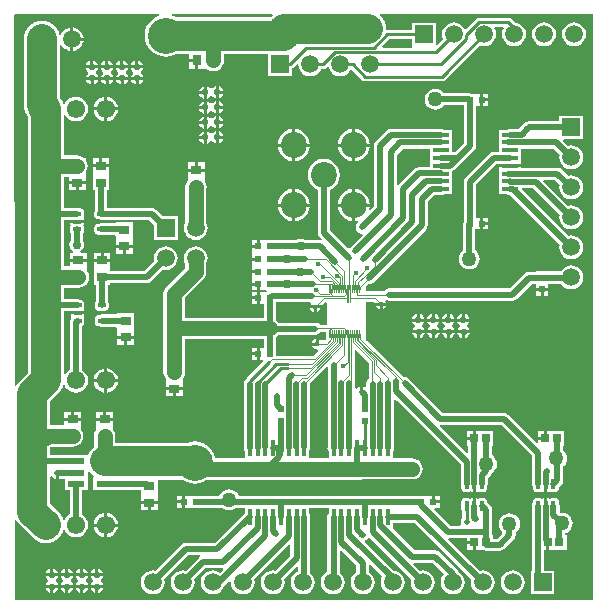
<source format=gtl>
G04*
G04 #@! TF.GenerationSoftware,Altium Limited,Altium Designer,18.0.11 (651)*
G04*
G04 Layer_Physical_Order=1*
G04 Layer_Color=255*
%FSLAX25Y25*%
%MOIN*%
G70*
G01*
G75*
%ADD13C,0.01000*%
%ADD19R,0.05800X0.02200*%
%ADD20R,0.02835X0.02835*%
%ADD21R,0.01968X0.02362*%
G04:AMPARAMS|DCode=22|XSize=15.75mil|YSize=25.59mil|CornerRadius=1.97mil|HoleSize=0mil|Usage=FLASHONLY|Rotation=90.000|XOffset=0mil|YOffset=0mil|HoleType=Round|Shape=RoundedRectangle|*
%AMROUNDEDRECTD22*
21,1,0.01575,0.02165,0,0,90.0*
21,1,0.01181,0.02559,0,0,90.0*
1,1,0.00394,0.01083,0.00591*
1,1,0.00394,0.01083,-0.00591*
1,1,0.00394,-0.01083,-0.00591*
1,1,0.00394,-0.01083,0.00591*
%
%ADD22ROUNDEDRECTD22*%
%ADD23R,0.03543X0.03150*%
%ADD24R,0.05600X0.01400*%
%ADD25R,0.01400X0.05600*%
%ADD26R,0.02362X0.01968*%
G04:AMPARAMS|DCode=27|XSize=15.75mil|YSize=33.47mil|CornerRadius=3.94mil|HoleSize=0mil|Usage=FLASHONLY|Rotation=180.000|XOffset=0mil|YOffset=0mil|HoleType=Round|Shape=RoundedRectangle|*
%AMROUNDEDRECTD27*
21,1,0.01575,0.02559,0,0,180.0*
21,1,0.00787,0.03347,0,0,180.0*
1,1,0.00787,-0.00394,0.01280*
1,1,0.00787,0.00394,0.01280*
1,1,0.00787,0.00394,-0.01280*
1,1,0.00787,-0.00394,-0.01280*
%
%ADD27ROUNDEDRECTD27*%
%ADD28R,0.03150X0.03543*%
%ADD50C,0.03000*%
%ADD53R,0.00300X0.03500*%
%ADD54R,0.00300X0.02400*%
%ADD55C,0.02000*%
%ADD56C,0.00300*%
%ADD57C,0.05000*%
%ADD58C,0.10000*%
%ADD59R,0.05906X0.05906*%
%ADD60C,0.05906*%
%ADD61C,0.08661*%
%ADD62R,0.05906X0.05906*%
%ADD63C,0.06102*%
%ADD64R,0.06102X0.06102*%
%ADD65C,0.02000*%
%ADD66C,0.05000*%
%ADD67C,0.01500*%
%ADD68C,0.02200*%
%ADD69C,0.12000*%
G36*
X89067Y-3160D02*
X88728Y-3438D01*
X88431Y-3801D01*
X57020D01*
X56142Y-3332D01*
X55576Y-3160D01*
X55650Y-2660D01*
X88888D01*
X89067Y-3160D01*
D02*
G37*
G36*
X135575Y-13402D02*
X135575D01*
X135491Y-13867D01*
X125705D01*
X125513Y-13405D01*
X127940Y-10978D01*
X135575D01*
Y-13402D01*
D02*
G37*
G36*
X195770Y-197820D02*
X195490Y-198100D01*
X3110D01*
X3096Y-171305D01*
X3596Y-171180D01*
X3957Y-171855D01*
X4707Y-172769D01*
X9201Y-177263D01*
X10115Y-178013D01*
X11157Y-178570D01*
X12288Y-178913D01*
X13465Y-179029D01*
X14641Y-178913D01*
X15772Y-178570D01*
X16814Y-178013D01*
X17728Y-177263D01*
X18477Y-176349D01*
X19035Y-175307D01*
X19229Y-174667D01*
X19759Y-174641D01*
X19926Y-175043D01*
X20575Y-175889D01*
X21421Y-176539D01*
X22407Y-176947D01*
X23465Y-177086D01*
X24522Y-176947D01*
X25508Y-176539D01*
X26354Y-175889D01*
X27003Y-175043D01*
X27411Y-174058D01*
X27551Y-173000D01*
X27411Y-171942D01*
X27003Y-170957D01*
X26354Y-170111D01*
X25686Y-169598D01*
Y-161312D01*
X27547D01*
Y-157612D01*
Y-155358D01*
X28003Y-155175D01*
X28047Y-155177D01*
X28783Y-156075D01*
X29437Y-156612D01*
X29258Y-157112D01*
X29147D01*
Y-161312D01*
X36946D01*
Y-161251D01*
X45228D01*
Y-162425D01*
X45228Y-162563D01*
Y-162925D01*
X45228Y-163063D01*
Y-165000D01*
X48000D01*
X50772D01*
Y-163063D01*
X50772Y-162925D01*
Y-162563D01*
X50772Y-162425D01*
Y-157841D01*
X58998D01*
X59202Y-158008D01*
X60418Y-158658D01*
X61738Y-159059D01*
X63110Y-159194D01*
X64482Y-159059D01*
X65802Y-158658D01*
X67018Y-158008D01*
X67198Y-157860D01*
X118612D01*
X118916Y-157820D01*
X135600D01*
X136514Y-157700D01*
X137365Y-157347D01*
X138096Y-156786D01*
X138657Y-156055D01*
X139010Y-155204D01*
X139130Y-154290D01*
X139010Y-153376D01*
X138657Y-152525D01*
X138096Y-151794D01*
X137365Y-151233D01*
X136514Y-150880D01*
X135600Y-150760D01*
X129292D01*
Y-148217D01*
X129476Y-147942D01*
X129631Y-147161D01*
Y-131378D01*
X130093Y-131187D01*
X151701Y-152795D01*
Y-159252D01*
X151856Y-160032D01*
X151926Y-160136D01*
Y-160531D01*
X152034Y-161075D01*
X152342Y-161536D01*
X152803Y-161844D01*
X153347Y-161952D01*
X154134D01*
X154678Y-161844D01*
X155020Y-161616D01*
X155362Y-161844D01*
X155799Y-161931D01*
Y-159252D01*
X156772D01*
X156799Y-159388D01*
Y-161931D01*
X157237Y-161844D01*
X157579Y-161616D01*
X157921Y-161844D01*
X158465Y-161952D01*
X159252D01*
X159796Y-161844D01*
X160257Y-161536D01*
X160565Y-161075D01*
X160673Y-160531D01*
Y-159991D01*
X160684Y-159974D01*
X160839Y-159194D01*
Y-157215D01*
X161722Y-156332D01*
X162164Y-155670D01*
X162184Y-155571D01*
X162776Y-155116D01*
X163337Y-154385D01*
X163690Y-153534D01*
X163810Y-152620D01*
X163690Y-151706D01*
X163337Y-150855D01*
X162776Y-150124D01*
X162275Y-149740D01*
Y-146512D01*
X162654D01*
Y-141677D01*
X156799D01*
Y-144095D01*
X156299D01*
Y-144595D01*
X153882D01*
Y-146512D01*
X154260D01*
Y-148933D01*
X153798Y-149124D01*
X144794Y-140120D01*
X144882Y-139831D01*
X145020Y-139639D01*
X165365D01*
X175520Y-149794D01*
Y-159252D01*
X175675Y-160032D01*
X175744Y-160136D01*
Y-160531D01*
X175853Y-161075D01*
X176161Y-161536D01*
X176622Y-161844D01*
X177165Y-161952D01*
X177953D01*
X178497Y-161844D01*
X178839Y-161616D01*
X179181Y-161844D01*
X179618Y-161931D01*
Y-159252D01*
X180618D01*
Y-161931D01*
X181056Y-161844D01*
X181398Y-161616D01*
X181740Y-161844D01*
X182283Y-161952D01*
X183071D01*
X183615Y-161844D01*
X184076Y-161536D01*
X184384Y-161075D01*
X184492Y-160531D01*
Y-160321D01*
X185300Y-159513D01*
X185742Y-158851D01*
X185897Y-158071D01*
Y-153482D01*
X186166Y-153276D01*
X186727Y-152545D01*
X187080Y-151694D01*
X187200Y-150780D01*
X187080Y-149866D01*
X186727Y-149015D01*
X186166Y-148284D01*
X185897Y-148077D01*
Y-146512D01*
X186276D01*
Y-141677D01*
X180421D01*
Y-144095D01*
X179921D01*
Y-144595D01*
X177504D01*
Y-145357D01*
X177042Y-145548D01*
X167652Y-136158D01*
X166990Y-135716D01*
X166210Y-135561D01*
X145785D01*
X134532Y-124308D01*
X134492Y-124248D01*
X133830Y-123806D01*
X133050Y-123651D01*
X132732Y-123714D01*
X120599Y-111581D01*
X120280Y-111240D01*
X120280D01*
X120280Y-111240D01*
Y-98541D01*
X122723D01*
X123092Y-98910D01*
X126935D01*
X126899Y-98727D01*
X126589Y-98264D01*
X126950Y-97904D01*
X127160Y-98044D01*
X127940Y-98199D01*
X169020D01*
X169800Y-98044D01*
X170462Y-97602D01*
X175485Y-92579D01*
X176886D01*
Y-93949D01*
X178870D01*
X180854D01*
Y-92551D01*
X185182D01*
X185751Y-93292D01*
X186577Y-93925D01*
X187538Y-94323D01*
X188570Y-94459D01*
X189602Y-94323D01*
X190563Y-93925D01*
X191389Y-93292D01*
X192023Y-92466D01*
X192421Y-91504D01*
X192557Y-90472D01*
X192421Y-89441D01*
X192023Y-88479D01*
X191389Y-87653D01*
X190563Y-87020D01*
X189602Y-86621D01*
X188570Y-86486D01*
X187538Y-86621D01*
X186577Y-87020D01*
X185751Y-87653D01*
X185123Y-88472D01*
X180854D01*
Y-88330D01*
X176886D01*
Y-88501D01*
X174640D01*
X173860Y-88656D01*
X173198Y-89098D01*
X168175Y-94121D01*
X127940D01*
X127160Y-94276D01*
X126498Y-94718D01*
X126298Y-95017D01*
X120280D01*
Y-93248D01*
X120832Y-92696D01*
X121150Y-92759D01*
X121930Y-92604D01*
X122592Y-92162D01*
X140242Y-74512D01*
X140684Y-73850D01*
X140839Y-73070D01*
Y-65215D01*
X142946Y-63108D01*
X145193D01*
X145973Y-62953D01*
X146249Y-62769D01*
X148993D01*
Y-60168D01*
Y-57569D01*
Y-55092D01*
X149563Y-54710D01*
X152212Y-52062D01*
X152212Y-52062D01*
X156323Y-47951D01*
X156323Y-47950D01*
X156765Y-47289D01*
X156921Y-46508D01*
Y-33294D01*
X158318D01*
Y-31310D01*
Y-29326D01*
X155636D01*
X155412Y-29176D01*
X154631Y-29021D01*
X146187D01*
X145836Y-28564D01*
X145105Y-28003D01*
X144254Y-27650D01*
X143340Y-27530D01*
X142426Y-27650D01*
X141575Y-28003D01*
X140844Y-28564D01*
X140283Y-29295D01*
X139930Y-30146D01*
X139810Y-31060D01*
X139930Y-31974D01*
X140283Y-32825D01*
X140844Y-33556D01*
X141575Y-34117D01*
X142426Y-34470D01*
X143340Y-34590D01*
X144254Y-34470D01*
X145105Y-34117D01*
X145836Y-33556D01*
X146187Y-33099D01*
X152700D01*
Y-33294D01*
X152842D01*
Y-45664D01*
X149925Y-48581D01*
X148993D01*
Y-44568D01*
Y-41168D01*
X146249D01*
X145973Y-40984D01*
X145193Y-40829D01*
X128672D01*
X127891Y-40984D01*
X127230Y-41427D01*
X123328Y-45328D01*
X122886Y-45990D01*
X122731Y-46770D01*
Y-66965D01*
X121673Y-68023D01*
X121257Y-67745D01*
X121263Y-67731D01*
X121381Y-66840D01*
X116570D01*
Y-71651D01*
X117461Y-71533D01*
X117475Y-71527D01*
X117753Y-71943D01*
X117318Y-72378D01*
X116876Y-73040D01*
X116721Y-73820D01*
X116876Y-74600D01*
X117318Y-75262D01*
X117980Y-75704D01*
X118760Y-75859D01*
X118810Y-75849D01*
X119056Y-76310D01*
X115178Y-80188D01*
X114854Y-80673D01*
X114275Y-80801D01*
X108149Y-74675D01*
Y-61249D01*
X108758Y-60996D01*
X109872Y-60142D01*
X110726Y-59028D01*
X111264Y-57732D01*
X111447Y-56340D01*
X111264Y-54948D01*
X110726Y-53652D01*
X109872Y-52538D01*
X108758Y-51684D01*
X107462Y-51147D01*
X106070Y-50963D01*
X104678Y-51147D01*
X103382Y-51684D01*
X102268Y-52538D01*
X101414Y-53652D01*
X100876Y-54948D01*
X100693Y-56340D01*
X100876Y-57732D01*
X101414Y-59028D01*
X102268Y-60142D01*
X103382Y-60996D01*
X104071Y-61282D01*
Y-75520D01*
X104226Y-76300D01*
X104668Y-76962D01*
X105391Y-77684D01*
X105144Y-78145D01*
X104770Y-78071D01*
X99808D01*
X99335Y-77755D01*
X98360Y-77561D01*
X97385Y-77755D01*
X96912Y-78071D01*
X88188D01*
X87912Y-78126D01*
X84751D01*
Y-80110D01*
X84251D01*
Y-80610D01*
X82070D01*
Y-82094D01*
X82070D01*
X82030Y-82386D01*
X82030D01*
X82030Y-82578D01*
Y-83870D01*
X84211D01*
Y-84870D01*
X82030D01*
Y-86121D01*
X82030Y-86354D01*
X82030Y-86354D01*
X82090Y-86596D01*
X82090D01*
Y-88080D01*
X84272D01*
Y-89080D01*
X82090D01*
Y-90564D01*
X82090Y-90564D01*
X82030Y-90716D01*
X82030D01*
X82030Y-91039D01*
Y-92200D01*
X84211D01*
Y-92700D01*
X84711D01*
Y-94684D01*
X86832D01*
X87071Y-95184D01*
X86958Y-95326D01*
X84732D01*
Y-97310D01*
Y-99294D01*
X86129D01*
Y-103880D01*
X59730D01*
Y-97402D01*
X65986Y-91146D01*
X66547Y-90415D01*
X66900Y-89564D01*
X67020Y-88650D01*
Y-85826D01*
X67341Y-85052D01*
X67477Y-84020D01*
X67341Y-82988D01*
X66943Y-82027D01*
X66309Y-81201D01*
X65483Y-80567D01*
X64522Y-80169D01*
X63490Y-80033D01*
X62458Y-80169D01*
X61497Y-80567D01*
X60671Y-81201D01*
X60037Y-82027D01*
X59639Y-82988D01*
X59503Y-84020D01*
X59639Y-85052D01*
X59960Y-85826D01*
Y-87188D01*
X53704Y-93444D01*
X53143Y-94175D01*
X52790Y-95026D01*
X52670Y-95940D01*
Y-121948D01*
X52790Y-122862D01*
X53143Y-123713D01*
X53474Y-124144D01*
X53527Y-124622D01*
Y-124984D01*
X53528D01*
Y-127059D01*
X56299D01*
X59071D01*
Y-124984D01*
X59071D01*
X59071Y-124622D01*
X59107Y-124137D01*
X59356Y-123812D01*
X59709Y-122961D01*
X59829Y-122047D01*
Y-110940D01*
X86081D01*
Y-113916D01*
X84711D01*
Y-115900D01*
Y-117884D01*
X85830D01*
X86021Y-118346D01*
X80358Y-124009D01*
X80046Y-124475D01*
X79997Y-124508D01*
X79555Y-125170D01*
X79400Y-125950D01*
Y-147161D01*
X79555Y-147942D01*
X79739Y-148217D01*
Y-150800D01*
X70010D01*
X70009Y-150788D01*
X69608Y-149468D01*
X68958Y-148252D01*
X68084Y-147186D01*
X67018Y-146312D01*
X65802Y-145662D01*
X64482Y-145261D01*
X63110Y-145126D01*
X61738Y-145261D01*
X60418Y-145662D01*
X60191Y-145783D01*
X36577D01*
Y-143493D01*
X36601Y-143307D01*
X36481Y-142393D01*
X36128Y-141542D01*
X35879Y-141217D01*
X35842Y-140732D01*
Y-140370D01*
X35842D01*
Y-138295D01*
X30299D01*
Y-140370D01*
X30299D01*
X30299Y-140732D01*
X30259Y-141215D01*
X29989Y-141566D01*
X29636Y-142418D01*
X29516Y-143332D01*
Y-146947D01*
X28783Y-147549D01*
X28034Y-148462D01*
X27476Y-149505D01*
X27413Y-149712D01*
X19747D01*
Y-149773D01*
X14999D01*
Y-147123D01*
X15230Y-147027D01*
X15477Y-146837D01*
X22441D01*
X23355Y-146717D01*
X24206Y-146364D01*
X24835Y-145882D01*
X25213D01*
Y-145444D01*
X25498Y-145072D01*
X25851Y-144221D01*
X25971Y-143307D01*
X25851Y-142393D01*
X25498Y-141542D01*
X25249Y-141217D01*
X25213Y-140732D01*
Y-140370D01*
X25213D01*
Y-138295D01*
X19669D01*
Y-139777D01*
X14999D01*
Y-131795D01*
X17728Y-129066D01*
X18477Y-128153D01*
X19035Y-127110D01*
X19229Y-126470D01*
X19759Y-126444D01*
X19926Y-126846D01*
X20575Y-127692D01*
X21421Y-128342D01*
X22407Y-128750D01*
X23465Y-128889D01*
X24522Y-128750D01*
X25508Y-128342D01*
X26354Y-127692D01*
X27003Y-126846D01*
X27411Y-125861D01*
X27551Y-124803D01*
X27411Y-123746D01*
X27003Y-122760D01*
X26354Y-121914D01*
X25508Y-121265D01*
X25504Y-121263D01*
Y-106588D01*
X25582Y-106573D01*
X25978Y-106308D01*
X26243Y-105912D01*
X26335Y-105445D01*
Y-104264D01*
X26243Y-103797D01*
X26094Y-103575D01*
X26243Y-103353D01*
X26335Y-102886D01*
Y-102796D01*
X24033D01*
X21730D01*
Y-102886D01*
X21823Y-103353D01*
X21971Y-103575D01*
X21823Y-103797D01*
X21730Y-104264D01*
Y-104419D01*
X21581Y-104642D01*
X21425Y-105423D01*
Y-121263D01*
X21421Y-121265D01*
X20575Y-121914D01*
X19994Y-122672D01*
X19637Y-122612D01*
X19494Y-122539D01*
Y-101776D01*
X21730D01*
Y-101796D01*
X24033D01*
X26335D01*
Y-101705D01*
X26243Y-101238D01*
X26094Y-101016D01*
X26243Y-100794D01*
X26335Y-100327D01*
Y-99146D01*
X26243Y-98679D01*
X25978Y-98283D01*
X25582Y-98019D01*
X25115Y-97926D01*
X24922D01*
X24813Y-97853D01*
X24033Y-97697D01*
X19494D01*
Y-93858D01*
X24332D01*
X25245Y-93737D01*
X26097Y-93385D01*
X26726Y-92902D01*
X27103D01*
Y-92465D01*
X27389Y-92093D01*
X27742Y-91241D01*
X27862Y-90328D01*
X27742Y-89414D01*
X27389Y-88562D01*
X27140Y-88238D01*
X27103Y-87753D01*
Y-87391D01*
X27103D01*
Y-85316D01*
X21560D01*
Y-86797D01*
X19494D01*
Y-71304D01*
X21537D01*
Y-71324D01*
X23840D01*
X26143D01*
Y-71233D01*
X26050Y-70766D01*
X25901Y-70544D01*
X26050Y-70322D01*
X26143Y-69855D01*
Y-68674D01*
X26050Y-68207D01*
X25785Y-67811D01*
X25389Y-67546D01*
X24922Y-67454D01*
X24729D01*
X24620Y-67380D01*
X23840Y-67225D01*
X19494D01*
Y-56850D01*
X21166D01*
Y-58331D01*
X23938D01*
X26710D01*
Y-56257D01*
X26710D01*
X26710Y-55894D01*
X26746Y-55409D01*
X26995Y-55085D01*
X27348Y-54233D01*
X27468Y-53320D01*
X27348Y-52406D01*
X26995Y-51555D01*
X26710Y-51182D01*
Y-50745D01*
X26332D01*
X25703Y-50262D01*
X24852Y-49910D01*
X23938Y-49789D01*
X19494D01*
Y-36554D01*
X19637Y-36481D01*
X19994Y-36421D01*
X20575Y-37179D01*
X21421Y-37829D01*
X22407Y-38237D01*
X23465Y-38376D01*
X24522Y-38237D01*
X25508Y-37829D01*
X26354Y-37179D01*
X27003Y-36333D01*
X27411Y-35348D01*
X27551Y-34290D01*
X27411Y-33232D01*
X27003Y-32247D01*
X26354Y-31401D01*
X25508Y-30751D01*
X24522Y-30343D01*
X23465Y-30204D01*
X22407Y-30343D01*
X21421Y-30751D01*
X20575Y-31401D01*
X19926Y-32247D01*
X19759Y-32649D01*
X19229Y-32623D01*
X19035Y-31983D01*
X18477Y-30940D01*
X18155Y-30547D01*
Y-13072D01*
X18655Y-12973D01*
X18673Y-13017D01*
X19307Y-13843D01*
X20133Y-14476D01*
X21094Y-14875D01*
X21626Y-14945D01*
Y-11024D01*
Y-7103D01*
X21094Y-7173D01*
X20133Y-7571D01*
X19307Y-8204D01*
X18673Y-9030D01*
X18466Y-9531D01*
X17935Y-9505D01*
X17696Y-8716D01*
X17139Y-7674D01*
X16389Y-6761D01*
X15475Y-6011D01*
X14433Y-5454D01*
X13302Y-5110D01*
X12126Y-4995D01*
X10950Y-5110D01*
X9819Y-5454D01*
X8776Y-6011D01*
X7863Y-6761D01*
X7113Y-7674D01*
X6556Y-8716D01*
X6213Y-9847D01*
X6097Y-11024D01*
Y-32951D01*
X6213Y-34128D01*
X6556Y-35259D01*
X7113Y-36301D01*
X7283Y-36508D01*
X7435Y-36794D01*
Y-52930D01*
Y-69260D01*
Y-90390D01*
Y-99740D01*
Y-122306D01*
X4707Y-125034D01*
X3957Y-125948D01*
X3573Y-126666D01*
X3073Y-126541D01*
X3010Y-3123D01*
X3473Y-2660D01*
X51250D01*
X51324Y-3160D01*
X50758Y-3332D01*
X49542Y-3982D01*
X48476Y-4856D01*
X47602Y-5922D01*
X46951Y-7138D01*
X46551Y-8458D01*
X46416Y-9830D01*
X46551Y-11202D01*
X46951Y-12522D01*
X47602Y-13738D01*
X48476Y-14804D01*
X49542Y-15678D01*
X50758Y-16329D01*
X52078Y-16729D01*
X53450Y-16864D01*
X54822Y-16729D01*
X56142Y-16329D01*
X57020Y-15859D01*
X61205D01*
Y-17610D01*
X63779D01*
Y-18110D01*
X64280D01*
Y-20882D01*
X66354D01*
Y-20882D01*
X66716Y-20882D01*
X67202Y-20918D01*
X67526Y-21168D01*
X68378Y-21520D01*
X69291Y-21640D01*
X70205Y-21520D01*
X71056Y-21168D01*
X71429Y-20882D01*
X71866D01*
Y-20504D01*
X72349Y-19875D01*
X72701Y-19024D01*
X72821Y-18110D01*
Y-15859D01*
X87622D01*
Y-23402D01*
X95527D01*
Y-20721D01*
X95813Y-20530D01*
X97143Y-19200D01*
X97439Y-19346D01*
X97589Y-19460D01*
X97724Y-20481D01*
X98122Y-21442D01*
X98756Y-22268D01*
X99581Y-22901D01*
X100543Y-23300D01*
X101575Y-23436D01*
X102607Y-23300D01*
X103568Y-22901D01*
X104394Y-22268D01*
X105027Y-21442D01*
X105220Y-20978D01*
X105843D01*
X106429Y-20862D01*
X106925Y-20530D01*
X107237Y-20218D01*
X107710Y-20379D01*
X107724Y-20481D01*
X108122Y-21442D01*
X108756Y-22268D01*
X109581Y-22901D01*
X110543Y-23300D01*
X111575Y-23436D01*
X112607Y-23300D01*
X113568Y-22901D01*
X114394Y-22268D01*
X115001Y-21477D01*
X115124Y-21385D01*
X115535Y-21303D01*
X118815Y-24583D01*
X119311Y-24915D01*
X119896Y-25031D01*
X145475D01*
X146060Y-24915D01*
X146556Y-24583D01*
X158032Y-13108D01*
X158496Y-13300D01*
X159528Y-13436D01*
X160559Y-13300D01*
X161521Y-12901D01*
X162347Y-12268D01*
X162980Y-11442D01*
X163379Y-10481D01*
X163514Y-9449D01*
X163379Y-8417D01*
X162980Y-7455D01*
X162918Y-7374D01*
X163139Y-6925D01*
X165916D01*
X166137Y-7374D01*
X166075Y-7455D01*
X165676Y-8417D01*
X165541Y-9449D01*
X165676Y-10481D01*
X166075Y-11442D01*
X166708Y-12268D01*
X167534Y-12901D01*
X168496Y-13300D01*
X169528Y-13436D01*
X170559Y-13300D01*
X171521Y-12901D01*
X172347Y-12268D01*
X172980Y-11442D01*
X173379Y-10481D01*
X173514Y-9449D01*
X173379Y-8417D01*
X172980Y-7455D01*
X172347Y-6630D01*
X171521Y-5996D01*
X170559Y-5598D01*
X169985Y-5522D01*
X168711Y-4249D01*
X168215Y-3917D01*
X167630Y-3801D01*
X167298Y-3867D01*
X157849D01*
X157264Y-3983D01*
X156767Y-4315D01*
X153488Y-7594D01*
X153077Y-7513D01*
X152954Y-7421D01*
X152347Y-6630D01*
X151521Y-5996D01*
X150559Y-5598D01*
X149528Y-5462D01*
X148496Y-5598D01*
X147534Y-5996D01*
X146708Y-6630D01*
X146075Y-7455D01*
X145677Y-8417D01*
X145541Y-9449D01*
X145677Y-10481D01*
X145869Y-10945D01*
X143942Y-12871D01*
X143480Y-12680D01*
Y-5496D01*
X135575D01*
Y-7919D01*
X127361D01*
X127258Y-7884D01*
X126860Y-7498D01*
X126764Y-6525D01*
X126421Y-5394D01*
X125864Y-4352D01*
X125114Y-3438D01*
X124775Y-3160D01*
X124954Y-2660D01*
X195770D01*
Y-197820D01*
D02*
G37*
G36*
X141393Y-49768D02*
Y-53761D01*
X137790D01*
X137010Y-53916D01*
X136348Y-54358D01*
X131188Y-59518D01*
X131029Y-59756D01*
X130529Y-59604D01*
Y-49515D01*
X132525Y-47519D01*
X141393D01*
Y-49768D01*
D02*
G37*
G36*
X101911Y-99219D02*
X101652Y-99607D01*
X101615Y-99790D01*
X105458D01*
X106485Y-98763D01*
X106801Y-98763D01*
X107246Y-99209D01*
X107243Y-106307D01*
X104845D01*
X104732Y-106138D01*
X104070Y-105696D01*
X103290Y-105541D01*
X91097D01*
X90616Y-104914D01*
X90208Y-104600D01*
Y-99294D01*
X90350D01*
Y-98719D01*
X101670D01*
X101911Y-99219D01*
D02*
G37*
G36*
X106901Y-109468D02*
X106923Y-109582D01*
Y-111129D01*
X106634Y-111417D01*
X105165D01*
X104603Y-111041D01*
X104420Y-111005D01*
Y-112690D01*
X103920D01*
Y-113190D01*
X102235D01*
X102271Y-113373D01*
X102658Y-113952D01*
X103237Y-114339D01*
X103920Y-114474D01*
X103933Y-114472D01*
X104179Y-114933D01*
X102564Y-116548D01*
X90330D01*
Y-113916D01*
X90208D01*
Y-110220D01*
X90616Y-109906D01*
X90837Y-109619D01*
X103290D01*
X104070Y-109464D01*
X104732Y-109022D01*
X104979Y-108652D01*
X106901D01*
Y-109468D01*
D02*
G37*
G36*
X121127Y-118846D02*
Y-124312D01*
X120950Y-124430D01*
X120508Y-125092D01*
X120353Y-125872D01*
Y-126587D01*
X119853Y-126855D01*
X119630Y-126706D01*
X119350Y-126650D01*
Y-128590D01*
X118350D01*
Y-126650D01*
X118070Y-126706D01*
X117408Y-127148D01*
X117131Y-127562D01*
X116631Y-127411D01*
Y-125672D01*
X116476Y-124892D01*
X116446Y-124846D01*
Y-114817D01*
X116908Y-114626D01*
X121127Y-118846D01*
D02*
G37*
G36*
X107371Y-120351D02*
Y-147071D01*
X107353Y-147161D01*
X107508Y-147942D01*
X107692Y-148217D01*
Y-150800D01*
X101339D01*
Y-147939D01*
X101412Y-147830D01*
X101567Y-147050D01*
Y-125882D01*
X101504Y-125565D01*
X106909Y-120159D01*
X107371Y-120351D01*
D02*
G37*
G36*
X17700Y-157600D02*
X17945Y-157551D01*
X19747D01*
Y-161312D01*
X21607D01*
Y-169384D01*
X21421Y-169461D01*
X20575Y-170111D01*
X19926Y-170957D01*
X19759Y-171359D01*
X19229Y-171333D01*
X19035Y-170693D01*
X18477Y-169650D01*
X17728Y-168737D01*
X14999Y-166008D01*
Y-156866D01*
X15499Y-156714D01*
X15758Y-157102D01*
X16420Y-157544D01*
X16700Y-157600D01*
Y-155660D01*
X17700D01*
Y-157600D01*
D02*
G37*
%LPC*%
G36*
X22626Y-7103D02*
Y-10524D01*
X26047D01*
X25977Y-9992D01*
X25579Y-9030D01*
X24945Y-8204D01*
X24119Y-7571D01*
X23158Y-7173D01*
X22626Y-7103D01*
D02*
G37*
G36*
X189528Y-5462D02*
X188496Y-5598D01*
X187534Y-5996D01*
X186708Y-6630D01*
X186075Y-7455D01*
X185677Y-8417D01*
X185541Y-9449D01*
X185677Y-10481D01*
X186075Y-11442D01*
X186708Y-12268D01*
X187534Y-12901D01*
X188496Y-13300D01*
X189528Y-13436D01*
X190559Y-13300D01*
X191521Y-12901D01*
X192347Y-12268D01*
X192980Y-11442D01*
X193379Y-10481D01*
X193514Y-9449D01*
X193379Y-8417D01*
X192980Y-7455D01*
X192347Y-6630D01*
X191521Y-5996D01*
X190559Y-5598D01*
X189528Y-5462D01*
D02*
G37*
G36*
X179528D02*
X178496Y-5598D01*
X177534Y-5996D01*
X176708Y-6630D01*
X176075Y-7455D01*
X175677Y-8417D01*
X175541Y-9449D01*
X175677Y-10481D01*
X176075Y-11442D01*
X176708Y-12268D01*
X177534Y-12901D01*
X178496Y-13300D01*
X179528Y-13436D01*
X180559Y-13300D01*
X181521Y-12901D01*
X182347Y-12268D01*
X182980Y-11442D01*
X183379Y-10481D01*
X183514Y-9449D01*
X183379Y-8417D01*
X182980Y-7455D01*
X182347Y-6630D01*
X181521Y-5996D01*
X180559Y-5598D01*
X179528Y-5462D01*
D02*
G37*
G36*
X26047Y-11524D02*
X22626D01*
Y-14945D01*
X23158Y-14875D01*
X24119Y-14476D01*
X24945Y-13843D01*
X25579Y-13017D01*
X25977Y-12055D01*
X26047Y-11524D01*
D02*
G37*
G36*
X44340Y-18118D02*
Y-19660D01*
X45882D01*
X45818Y-19341D01*
X45354Y-18646D01*
X44659Y-18182D01*
X44340Y-18118D01*
D02*
G37*
G36*
X43340D02*
X43021Y-18182D01*
X42326Y-18646D01*
X41862Y-19341D01*
X41798Y-19660D01*
X43340D01*
Y-18118D01*
D02*
G37*
G36*
X39340D02*
Y-19660D01*
X40882D01*
X40818Y-19341D01*
X40354Y-18646D01*
X39659Y-18182D01*
X39340Y-18118D01*
D02*
G37*
G36*
X38340D02*
X38021Y-18182D01*
X37326Y-18646D01*
X36862Y-19341D01*
X36798Y-19660D01*
X38340D01*
Y-18118D01*
D02*
G37*
G36*
X34340D02*
Y-19660D01*
X35882D01*
X35818Y-19341D01*
X35354Y-18646D01*
X34659Y-18182D01*
X34340Y-18118D01*
D02*
G37*
G36*
X33340D02*
X33021Y-18182D01*
X32326Y-18646D01*
X31862Y-19341D01*
X31798Y-19660D01*
X33340D01*
Y-18118D01*
D02*
G37*
G36*
X29340D02*
Y-19660D01*
X30882D01*
X30818Y-19341D01*
X30354Y-18646D01*
X29659Y-18182D01*
X29340Y-18118D01*
D02*
G37*
G36*
X28340D02*
X28021Y-18182D01*
X27326Y-18646D01*
X26862Y-19341D01*
X26798Y-19660D01*
X28340D01*
Y-18118D01*
D02*
G37*
G36*
X63279Y-18610D02*
X61205D01*
Y-20882D01*
X63279D01*
Y-18610D01*
D02*
G37*
G36*
X45882Y-20660D02*
X41798D01*
X41862Y-20979D01*
X42326Y-21674D01*
X42611Y-21864D01*
Y-22466D01*
X42416Y-22596D01*
X41952Y-23291D01*
X41888Y-23610D01*
X45972D01*
X45908Y-23291D01*
X45444Y-22596D01*
X45159Y-22406D01*
Y-21804D01*
X45354Y-21674D01*
X45818Y-20979D01*
X45882Y-20660D01*
D02*
G37*
G36*
X40882D02*
X36798D01*
X36862Y-20979D01*
X37326Y-21674D01*
X37611Y-21864D01*
Y-22466D01*
X37416Y-22596D01*
X36952Y-23291D01*
X36888Y-23610D01*
X40972D01*
X40908Y-23291D01*
X40444Y-22596D01*
X40159Y-22406D01*
Y-21804D01*
X40354Y-21674D01*
X40818Y-20979D01*
X40882Y-20660D01*
D02*
G37*
G36*
X35882D02*
X31798D01*
X31862Y-20979D01*
X32326Y-21674D01*
X32611Y-21864D01*
Y-22466D01*
X32416Y-22596D01*
X31952Y-23291D01*
X31888Y-23610D01*
X35972D01*
X35908Y-23291D01*
X35444Y-22596D01*
X35159Y-22406D01*
Y-21804D01*
X35354Y-21674D01*
X35818Y-20979D01*
X35882Y-20660D01*
D02*
G37*
G36*
X30882D02*
X26798D01*
X26862Y-20979D01*
X27326Y-21674D01*
X27611Y-21864D01*
Y-22466D01*
X27416Y-22596D01*
X26952Y-23291D01*
X26888Y-23610D01*
X30972D01*
X30908Y-23291D01*
X30444Y-22596D01*
X30159Y-22406D01*
Y-21804D01*
X30354Y-21674D01*
X30818Y-20979D01*
X30882Y-20660D01*
D02*
G37*
G36*
X45972Y-24610D02*
X44430D01*
Y-26152D01*
X44749Y-26088D01*
X45444Y-25624D01*
X45908Y-24929D01*
X45972Y-24610D01*
D02*
G37*
G36*
X43430D02*
X41888D01*
X41952Y-24929D01*
X42416Y-25624D01*
X43111Y-26088D01*
X43430Y-26152D01*
Y-24610D01*
D02*
G37*
G36*
X40972D02*
X39430D01*
Y-26152D01*
X39749Y-26088D01*
X40444Y-25624D01*
X40908Y-24929D01*
X40972Y-24610D01*
D02*
G37*
G36*
X38430D02*
X36888D01*
X36952Y-24929D01*
X37416Y-25624D01*
X38111Y-26088D01*
X38430Y-26152D01*
Y-24610D01*
D02*
G37*
G36*
X35972D02*
X34430D01*
Y-26152D01*
X34749Y-26088D01*
X35444Y-25624D01*
X35908Y-24929D01*
X35972Y-24610D01*
D02*
G37*
G36*
X33430D02*
X31888D01*
X31952Y-24929D01*
X32416Y-25624D01*
X33111Y-26088D01*
X33430Y-26152D01*
Y-24610D01*
D02*
G37*
G36*
X30972D02*
X29430D01*
Y-26152D01*
X29749Y-26088D01*
X30444Y-25624D01*
X30908Y-24929D01*
X30972Y-24610D01*
D02*
G37*
G36*
X28430D02*
X26888D01*
X26952Y-24929D01*
X27416Y-25624D01*
X28111Y-26088D01*
X28430Y-26152D01*
Y-24610D01*
D02*
G37*
G36*
X70090Y-26668D02*
X69771Y-26732D01*
X69076Y-27196D01*
X68886Y-27481D01*
X68284D01*
X68154Y-27286D01*
X67459Y-26822D01*
X67140Y-26758D01*
Y-28800D01*
Y-30842D01*
X67459Y-30778D01*
X68154Y-30314D01*
X68344Y-30029D01*
X68946D01*
X69076Y-30224D01*
X69771Y-30688D01*
X70090Y-30752D01*
Y-28710D01*
Y-26668D01*
D02*
G37*
G36*
X71090D02*
Y-28210D01*
X72632D01*
X72568Y-27891D01*
X72104Y-27196D01*
X71409Y-26732D01*
X71090Y-26668D01*
D02*
G37*
G36*
X66140Y-26758D02*
X65821Y-26822D01*
X65126Y-27286D01*
X64662Y-27981D01*
X64598Y-28300D01*
X66140D01*
Y-26758D01*
D02*
G37*
G36*
X72632Y-29210D02*
X71090D01*
Y-30752D01*
X71409Y-30688D01*
X72104Y-30224D01*
X72568Y-29529D01*
X72632Y-29210D01*
D02*
G37*
G36*
X161000Y-29326D02*
X159318D01*
Y-30810D01*
X161000D01*
Y-29326D01*
D02*
G37*
G36*
X66140Y-29300D02*
X64598D01*
X64662Y-29619D01*
X65126Y-30314D01*
X65821Y-30778D01*
X66140Y-30842D01*
Y-29300D01*
D02*
G37*
G36*
X70090Y-31668D02*
X69771Y-31732D01*
X69076Y-32196D01*
X68886Y-32481D01*
X68284D01*
X68154Y-32286D01*
X67459Y-31822D01*
X67140Y-31758D01*
Y-33800D01*
Y-35842D01*
X67459Y-35778D01*
X68154Y-35314D01*
X68344Y-35029D01*
X68946D01*
X69076Y-35224D01*
X69771Y-35688D01*
X70090Y-35752D01*
Y-33710D01*
Y-31668D01*
D02*
G37*
G36*
X71090D02*
Y-33210D01*
X72632D01*
X72568Y-32891D01*
X72104Y-32196D01*
X71409Y-31732D01*
X71090Y-31668D01*
D02*
G37*
G36*
X161000Y-31810D02*
X159318D01*
Y-33294D01*
X161000D01*
Y-31810D01*
D02*
G37*
G36*
X66140Y-31758D02*
X65821Y-31822D01*
X65126Y-32286D01*
X64662Y-32981D01*
X64598Y-33300D01*
X66140D01*
Y-31758D01*
D02*
G37*
G36*
X33965Y-30270D02*
Y-33790D01*
X37485D01*
X37411Y-33232D01*
X37003Y-32247D01*
X36354Y-31401D01*
X35508Y-30751D01*
X34522Y-30343D01*
X33965Y-30270D01*
D02*
G37*
G36*
X32965D02*
X32407Y-30343D01*
X31422Y-30751D01*
X30575Y-31401D01*
X29926Y-32247D01*
X29518Y-33232D01*
X29444Y-33790D01*
X32965D01*
Y-30270D01*
D02*
G37*
G36*
X72632Y-34210D02*
X71090D01*
Y-35752D01*
X71409Y-35688D01*
X72104Y-35224D01*
X72568Y-34529D01*
X72632Y-34210D01*
D02*
G37*
G36*
X66140Y-34300D02*
X64598D01*
X64662Y-34619D01*
X65126Y-35314D01*
X65821Y-35778D01*
X66140Y-35842D01*
Y-34300D01*
D02*
G37*
G36*
X70090Y-36668D02*
X69771Y-36732D01*
X69076Y-37196D01*
X68886Y-37481D01*
X68284D01*
X68154Y-37286D01*
X67459Y-36822D01*
X67140Y-36758D01*
Y-38800D01*
Y-40842D01*
X67459Y-40778D01*
X68154Y-40314D01*
X68344Y-40029D01*
X68946D01*
X69076Y-40224D01*
X69771Y-40688D01*
X70090Y-40752D01*
Y-38710D01*
Y-36668D01*
D02*
G37*
G36*
X71090D02*
Y-38210D01*
X72632D01*
X72568Y-37891D01*
X72104Y-37196D01*
X71409Y-36732D01*
X71090Y-36668D01*
D02*
G37*
G36*
X66140Y-36758D02*
X65821Y-36822D01*
X65126Y-37286D01*
X64662Y-37981D01*
X64598Y-38300D01*
X66140D01*
Y-36758D01*
D02*
G37*
G36*
X37485Y-34790D02*
X33965D01*
Y-38310D01*
X34522Y-38237D01*
X35508Y-37829D01*
X36354Y-37179D01*
X37003Y-36333D01*
X37411Y-35348D01*
X37485Y-34790D01*
D02*
G37*
G36*
X32965D02*
X29444D01*
X29518Y-35348D01*
X29926Y-36333D01*
X30575Y-37179D01*
X31422Y-37829D01*
X32407Y-38237D01*
X32965Y-38310D01*
Y-34790D01*
D02*
G37*
G36*
X72632Y-39210D02*
X71090D01*
Y-40752D01*
X71409Y-40688D01*
X72104Y-40224D01*
X72568Y-39529D01*
X72632Y-39210D01*
D02*
G37*
G36*
X66140Y-39300D02*
X64598D01*
X64662Y-39619D01*
X65126Y-40314D01*
X65821Y-40778D01*
X66140Y-40842D01*
Y-39300D01*
D02*
G37*
G36*
X70090Y-41668D02*
X69771Y-41732D01*
X69076Y-42196D01*
X68886Y-42481D01*
X68284D01*
X68154Y-42286D01*
X67459Y-41822D01*
X67140Y-41758D01*
Y-43800D01*
Y-45842D01*
X67459Y-45778D01*
X68154Y-45314D01*
X68344Y-45029D01*
X68946D01*
X69076Y-45224D01*
X69771Y-45688D01*
X70090Y-45752D01*
Y-43710D01*
Y-41668D01*
D02*
G37*
G36*
X71090D02*
Y-43210D01*
X72632D01*
X72568Y-42891D01*
X72104Y-42196D01*
X71409Y-41732D01*
X71090Y-41668D01*
D02*
G37*
G36*
X66140Y-41758D02*
X65821Y-41822D01*
X65126Y-42286D01*
X64662Y-42981D01*
X64598Y-43300D01*
X66140D01*
Y-41758D01*
D02*
G37*
G36*
X72632Y-44210D02*
X71090D01*
Y-45752D01*
X71409Y-45688D01*
X72104Y-45224D01*
X72568Y-44529D01*
X72632Y-44210D01*
D02*
G37*
G36*
X116570Y-41029D02*
Y-45840D01*
X121381D01*
X121263Y-44948D01*
X120726Y-43651D01*
X119872Y-42538D01*
X118758Y-41683D01*
X117461Y-41146D01*
X116570Y-41029D01*
D02*
G37*
G36*
X96570D02*
Y-45840D01*
X101381D01*
X101263Y-44948D01*
X100726Y-43651D01*
X99872Y-42538D01*
X98758Y-41683D01*
X97461Y-41146D01*
X96570Y-41029D01*
D02*
G37*
G36*
X115570D02*
X114678Y-41146D01*
X113381Y-41683D01*
X112268Y-42538D01*
X111413Y-43651D01*
X110876Y-44948D01*
X110759Y-45840D01*
X115570D01*
Y-41029D01*
D02*
G37*
G36*
X95570D02*
X94678Y-41146D01*
X93381Y-41683D01*
X92268Y-42538D01*
X91413Y-43651D01*
X90876Y-44948D01*
X90759Y-45840D01*
X95570D01*
Y-41029D01*
D02*
G37*
G36*
X66140Y-44300D02*
X64598D01*
X64662Y-44619D01*
X65126Y-45314D01*
X65821Y-45778D01*
X66140Y-45842D01*
Y-44300D01*
D02*
G37*
G36*
X121381Y-46840D02*
X116570D01*
Y-51651D01*
X117461Y-51533D01*
X118758Y-50996D01*
X119872Y-50142D01*
X120726Y-49028D01*
X121263Y-47731D01*
X121381Y-46840D01*
D02*
G37*
G36*
X101381D02*
X96570D01*
Y-51651D01*
X97461Y-51533D01*
X98758Y-50996D01*
X99872Y-50142D01*
X100726Y-49028D01*
X101263Y-47731D01*
X101381Y-46840D01*
D02*
G37*
G36*
X115570D02*
X110759D01*
X110876Y-47731D01*
X111413Y-49028D01*
X112268Y-50142D01*
X113381Y-50996D01*
X114678Y-51533D01*
X115570Y-51651D01*
Y-46840D01*
D02*
G37*
G36*
X95570D02*
X90759D01*
X90876Y-47731D01*
X91413Y-49028D01*
X92268Y-50142D01*
X93381Y-50996D01*
X94678Y-51533D01*
X95570Y-51651D01*
Y-46840D01*
D02*
G37*
G36*
X34584Y-50745D02*
X32312D01*
Y-52820D01*
X34584D01*
Y-50745D01*
D02*
G37*
G36*
X31312D02*
X29040D01*
Y-52820D01*
X31312D01*
Y-50745D01*
D02*
G37*
G36*
X66382Y-52129D02*
X64110D01*
Y-54204D01*
X66382D01*
Y-52129D01*
D02*
G37*
G36*
X63110D02*
X60838D01*
Y-54204D01*
X63110D01*
Y-52129D01*
D02*
G37*
G36*
X192523Y-36520D02*
X184617D01*
Y-38433D01*
X174588D01*
X173807Y-38589D01*
X173708Y-38655D01*
X173550Y-38686D01*
X172888Y-39128D01*
X171187Y-40829D01*
X168193D01*
X167413Y-40984D01*
X167137Y-41168D01*
X164393D01*
Y-44568D01*
Y-48601D01*
X162730D01*
X161950Y-48756D01*
X161288Y-49198D01*
X153440Y-57047D01*
X152998Y-57708D01*
X152842Y-58489D01*
Y-70506D01*
X152700D01*
Y-72110D01*
X152571Y-72761D01*
Y-81433D01*
X152114Y-81784D01*
X151553Y-82515D01*
X151200Y-83366D01*
X151080Y-84280D01*
X151200Y-85194D01*
X151553Y-86045D01*
X152114Y-86776D01*
X152845Y-87337D01*
X153696Y-87690D01*
X154610Y-87810D01*
X155524Y-87690D01*
X156375Y-87337D01*
X157106Y-86776D01*
X157667Y-86045D01*
X158020Y-85194D01*
X158140Y-84280D01*
X158020Y-83366D01*
X157667Y-82515D01*
X157106Y-81784D01*
X156649Y-81433D01*
Y-74474D01*
X158318D01*
Y-72490D01*
Y-70506D01*
X156921D01*
Y-59333D01*
X163575Y-52679D01*
X164393D01*
Y-52768D01*
X171993D01*
Y-52368D01*
Y-47508D01*
X182721D01*
X184712Y-49498D01*
X184583Y-50472D01*
X184719Y-51504D01*
X185117Y-52466D01*
X185751Y-53292D01*
X186577Y-53925D01*
X187538Y-54324D01*
X188570Y-54459D01*
X189602Y-54324D01*
X190563Y-53925D01*
X191389Y-53292D01*
X192023Y-52466D01*
X192421Y-51504D01*
X192557Y-50472D01*
X192421Y-49441D01*
X192023Y-48479D01*
X191389Y-47653D01*
X190563Y-47020D01*
X189602Y-46621D01*
X188570Y-46486D01*
X187595Y-46614D01*
X185869Y-44887D01*
X186060Y-44425D01*
X192523D01*
Y-36520D01*
D02*
G37*
G36*
X26710Y-59331D02*
X24438D01*
Y-61406D01*
X26710D01*
Y-59331D01*
D02*
G37*
G36*
X23438D02*
X21166D01*
Y-61406D01*
X23438D01*
Y-59331D01*
D02*
G37*
G36*
X171993Y-53768D02*
X164393D01*
Y-57569D01*
Y-60168D01*
Y-62769D01*
X167137D01*
X167413Y-62953D01*
X168193Y-63108D01*
X168322D01*
X184712Y-79498D01*
X184583Y-80472D01*
X184719Y-81504D01*
X185117Y-82466D01*
X185751Y-83292D01*
X186577Y-83925D01*
X187538Y-84324D01*
X188570Y-84459D01*
X189602Y-84324D01*
X190563Y-83925D01*
X191389Y-83292D01*
X192023Y-82466D01*
X192421Y-81504D01*
X192557Y-80472D01*
X192421Y-79441D01*
X192023Y-78479D01*
X191389Y-77653D01*
X190563Y-77020D01*
X189602Y-76621D01*
X188570Y-76486D01*
X187595Y-76614D01*
X172126Y-61145D01*
X172315Y-60645D01*
X175858D01*
X184712Y-69498D01*
X184583Y-70472D01*
X184719Y-71504D01*
X185117Y-72466D01*
X185751Y-73292D01*
X186577Y-73925D01*
X187538Y-74323D01*
X188570Y-74459D01*
X189602Y-74323D01*
X190563Y-73925D01*
X191389Y-73292D01*
X192023Y-72466D01*
X192421Y-71504D01*
X192557Y-70472D01*
X192421Y-69441D01*
X192023Y-68479D01*
X191389Y-67653D01*
X190563Y-67020D01*
X189602Y-66621D01*
X188570Y-66486D01*
X187595Y-66614D01*
X179351Y-58370D01*
X179543Y-57908D01*
X183122D01*
X184712Y-59498D01*
X184583Y-60472D01*
X184719Y-61504D01*
X185117Y-62466D01*
X185751Y-63292D01*
X186577Y-63925D01*
X187538Y-64324D01*
X188570Y-64459D01*
X189602Y-64324D01*
X190563Y-63925D01*
X191389Y-63292D01*
X192023Y-62466D01*
X192421Y-61504D01*
X192557Y-60472D01*
X192421Y-59441D01*
X192023Y-58479D01*
X191389Y-57653D01*
X190563Y-57020D01*
X189602Y-56621D01*
X188570Y-56486D01*
X187595Y-56614D01*
X185408Y-54427D01*
X184747Y-53984D01*
X183966Y-53829D01*
X171993D01*
Y-53768D01*
D02*
G37*
G36*
X96570Y-61029D02*
Y-65840D01*
X101381D01*
X101263Y-64948D01*
X100726Y-63651D01*
X99872Y-62538D01*
X98758Y-61683D01*
X97461Y-61146D01*
X96570Y-61029D01*
D02*
G37*
G36*
X116570D02*
Y-65840D01*
X121381D01*
X121263Y-64948D01*
X120726Y-63651D01*
X119872Y-62538D01*
X118758Y-61683D01*
X117461Y-61146D01*
X116570Y-61029D01*
D02*
G37*
G36*
X95570D02*
X94678Y-61146D01*
X93381Y-61683D01*
X92268Y-62538D01*
X91413Y-63651D01*
X90876Y-64948D01*
X90759Y-65840D01*
X95570D01*
Y-61029D01*
D02*
G37*
G36*
X115570D02*
X114678Y-61146D01*
X113381Y-61683D01*
X112268Y-62538D01*
X111413Y-63651D01*
X110876Y-64948D01*
X110759Y-65840D01*
X115570D01*
Y-61029D01*
D02*
G37*
G36*
X101381Y-66840D02*
X96570D01*
Y-71651D01*
X97461Y-71533D01*
X98758Y-70996D01*
X99872Y-70142D01*
X100726Y-69028D01*
X101263Y-67731D01*
X101381Y-66840D01*
D02*
G37*
G36*
X115570D02*
X110759D01*
X110876Y-67731D01*
X111413Y-69028D01*
X112268Y-70142D01*
X113381Y-70996D01*
X114678Y-71533D01*
X115570Y-71651D01*
Y-66840D01*
D02*
G37*
G36*
X95570D02*
X90759D01*
X90876Y-67731D01*
X91413Y-69028D01*
X92268Y-70142D01*
X93381Y-70996D01*
X94678Y-71533D01*
X95570Y-71651D01*
Y-66840D01*
D02*
G37*
G36*
X161000Y-70506D02*
X159318D01*
Y-71990D01*
X161000D01*
Y-70506D01*
D02*
G37*
G36*
Y-72990D02*
X159318D01*
Y-74474D01*
X161000D01*
Y-72990D01*
D02*
G37*
G36*
X34584Y-53820D02*
X29040D01*
Y-55757D01*
X29040Y-55894D01*
Y-56257D01*
X29040Y-56394D01*
Y-61406D01*
X29773D01*
Y-68098D01*
X29700Y-68207D01*
X29607Y-68674D01*
Y-69855D01*
X29700Y-70322D01*
X29965Y-70718D01*
X30361Y-70982D01*
X30828Y-71075D01*
X31021D01*
X31130Y-71148D01*
X31910Y-71304D01*
X47890D01*
X49537Y-72951D01*
Y-77973D01*
X57443D01*
Y-70067D01*
X52421D01*
X50176Y-67823D01*
X49515Y-67380D01*
X48735Y-67225D01*
X33851D01*
Y-61406D01*
X34584D01*
Y-56394D01*
X34584Y-56257D01*
Y-55894D01*
X34584Y-55757D01*
Y-53820D01*
D02*
G37*
G36*
X66382Y-55204D02*
X60838D01*
Y-57279D01*
X60838D01*
Y-57641D01*
X60781Y-58117D01*
X60433Y-58571D01*
X60080Y-59422D01*
X59960Y-60336D01*
Y-72214D01*
X59639Y-72988D01*
X59503Y-74020D01*
X59639Y-75052D01*
X60037Y-76013D01*
X60671Y-76839D01*
X61497Y-77473D01*
X62458Y-77871D01*
X63490Y-78007D01*
X64522Y-77871D01*
X65483Y-77473D01*
X66309Y-76839D01*
X66943Y-76013D01*
X67341Y-75052D01*
X67477Y-74020D01*
X67341Y-72988D01*
X67020Y-72214D01*
Y-61128D01*
X67140Y-60216D01*
X67020Y-59302D01*
X66667Y-58451D01*
X66418Y-58126D01*
X66382Y-57641D01*
Y-57279D01*
X66382D01*
Y-55204D01*
D02*
G37*
G36*
X42458Y-72005D02*
X36914D01*
Y-72343D01*
X31910D01*
X31130Y-72499D01*
X31021Y-72572D01*
X30828D01*
X30361Y-72665D01*
X29965Y-72929D01*
X29700Y-73325D01*
X29607Y-73792D01*
Y-74973D01*
X29700Y-75440D01*
X29965Y-75836D01*
X30361Y-76100D01*
X30828Y-76193D01*
X31021D01*
X31130Y-76266D01*
X31910Y-76422D01*
X36561D01*
X36914Y-76775D01*
X36914Y-77516D01*
X36914Y-77654D01*
Y-79591D01*
X39686D01*
X42458D01*
Y-77654D01*
X42458Y-77516D01*
Y-77154D01*
X42458Y-77016D01*
Y-72005D01*
D02*
G37*
G36*
X83751Y-78126D02*
X82070D01*
Y-79610D01*
X83751D01*
Y-78126D01*
D02*
G37*
G36*
X42458Y-80591D02*
X40186D01*
Y-82666D01*
X42458D01*
Y-80591D01*
D02*
G37*
G36*
X39186D02*
X36914D01*
Y-82666D01*
X39186D01*
Y-80591D01*
D02*
G37*
G36*
X34977Y-82241D02*
X32706D01*
Y-84316D01*
X34977D01*
Y-82241D01*
D02*
G37*
G36*
X31706D02*
X29434D01*
Y-84316D01*
X31706D01*
Y-82241D01*
D02*
G37*
G36*
X26143Y-72324D02*
X23840D01*
X21537D01*
Y-72414D01*
X21630Y-72881D01*
X21778Y-73103D01*
X21630Y-73325D01*
X21537Y-73792D01*
Y-74973D01*
X21630Y-75440D01*
X21800Y-75696D01*
Y-77893D01*
X21385Y-78514D01*
X21191Y-79490D01*
X21385Y-80465D01*
X21938Y-81292D01*
X22609Y-81741D01*
X22457Y-82241D01*
X21560D01*
Y-84316D01*
X27103D01*
Y-82241D01*
X25023D01*
X24871Y-81741D01*
X25542Y-81292D01*
X26095Y-80465D01*
X26289Y-79490D01*
X26095Y-78514D01*
X25879Y-78191D01*
Y-75696D01*
X26050Y-75440D01*
X26143Y-74973D01*
Y-73792D01*
X26050Y-73325D01*
X25901Y-73103D01*
X26050Y-72881D01*
X26143Y-72414D01*
Y-72324D01*
D02*
G37*
G36*
X53490Y-80033D02*
X52458Y-80169D01*
X51497Y-80567D01*
X50671Y-81201D01*
X50037Y-82027D01*
X49639Y-82988D01*
X49503Y-84020D01*
X49632Y-84995D01*
X46338Y-88288D01*
X35331D01*
X34977Y-87935D01*
X34977Y-87391D01*
X34977Y-87253D01*
Y-85316D01*
X29434D01*
Y-87253D01*
X29434Y-87391D01*
Y-87753D01*
X29434Y-87890D01*
Y-92902D01*
X30064D01*
Y-98423D01*
X29893Y-98679D01*
X29800Y-99146D01*
Y-100327D01*
X29893Y-100794D01*
X30158Y-101190D01*
X30554Y-101455D01*
X31021Y-101548D01*
X31214D01*
X31323Y-101621D01*
X32103Y-101776D01*
X32884Y-101621D01*
X32993Y-101548D01*
X33186D01*
X33653Y-101455D01*
X34049Y-101190D01*
X34313Y-100794D01*
X34406Y-100327D01*
Y-99146D01*
X34313Y-98679D01*
X34143Y-98423D01*
Y-92902D01*
X34977D01*
Y-92367D01*
X47183D01*
X47963Y-92211D01*
X48624Y-91769D01*
X52515Y-87879D01*
X53490Y-88007D01*
X54522Y-87871D01*
X55483Y-87473D01*
X56309Y-86839D01*
X56943Y-86013D01*
X57341Y-85052D01*
X57477Y-84020D01*
X57341Y-82988D01*
X56943Y-82027D01*
X56309Y-81201D01*
X55483Y-80567D01*
X54522Y-80169D01*
X53490Y-80033D01*
D02*
G37*
G36*
X83711Y-93200D02*
X82030D01*
Y-94684D01*
X83711D01*
Y-93200D01*
D02*
G37*
G36*
X180854Y-94949D02*
X179370D01*
Y-96630D01*
X180854D01*
Y-94949D01*
D02*
G37*
G36*
X178370D02*
X176886D01*
Y-96630D01*
X178370D01*
Y-94949D01*
D02*
G37*
G36*
X83732Y-95326D02*
X82050D01*
Y-96810D01*
X83732D01*
Y-95326D01*
D02*
G37*
G36*
Y-97810D02*
X82050D01*
Y-99294D01*
X83732D01*
Y-97810D01*
D02*
G37*
G36*
X126935Y-99910D02*
X125750D01*
Y-101095D01*
X125933Y-101058D01*
X126512Y-100672D01*
X126899Y-100093D01*
X126935Y-99910D01*
D02*
G37*
G36*
X124750D02*
X123565D01*
X123601Y-100093D01*
X123988Y-100672D01*
X124567Y-101058D01*
X124750Y-101095D01*
Y-99910D01*
D02*
G37*
G36*
X153110Y-102618D02*
Y-104160D01*
X154652D01*
X154588Y-103841D01*
X154124Y-103146D01*
X153429Y-102682D01*
X153110Y-102618D01*
D02*
G37*
G36*
X152110D02*
X151791Y-102682D01*
X151096Y-103146D01*
X150632Y-103841D01*
X150568Y-104160D01*
X152110D01*
Y-102618D01*
D02*
G37*
G36*
X148110D02*
Y-104160D01*
X149652D01*
X149588Y-103841D01*
X149124Y-103146D01*
X148429Y-102682D01*
X148110Y-102618D01*
D02*
G37*
G36*
X147110D02*
X146791Y-102682D01*
X146096Y-103146D01*
X145632Y-103841D01*
X145568Y-104160D01*
X147110D01*
Y-102618D01*
D02*
G37*
G36*
X143110D02*
Y-104160D01*
X144652D01*
X144588Y-103841D01*
X144124Y-103146D01*
X143429Y-102682D01*
X143110Y-102618D01*
D02*
G37*
G36*
X142110D02*
X141791Y-102682D01*
X141096Y-103146D01*
X140632Y-103841D01*
X140568Y-104160D01*
X142110D01*
Y-102618D01*
D02*
G37*
G36*
X138110D02*
Y-104160D01*
X139652D01*
X139588Y-103841D01*
X139124Y-103146D01*
X138429Y-102682D01*
X138110Y-102618D01*
D02*
G37*
G36*
X137110D02*
X136791Y-102682D01*
X136096Y-103146D01*
X135632Y-103841D01*
X135568Y-104160D01*
X137110D01*
Y-102618D01*
D02*
G37*
G36*
X154652Y-105160D02*
X150568D01*
X150632Y-105479D01*
X151096Y-106174D01*
X151381Y-106364D01*
Y-106966D01*
X151186Y-107096D01*
X150722Y-107791D01*
X150658Y-108110D01*
X154742D01*
X154678Y-107791D01*
X154214Y-107096D01*
X153929Y-106906D01*
Y-106304D01*
X154124Y-106174D01*
X154588Y-105479D01*
X154652Y-105160D01*
D02*
G37*
G36*
X149652D02*
X145568D01*
X145632Y-105479D01*
X146096Y-106174D01*
X146381Y-106364D01*
Y-106966D01*
X146186Y-107096D01*
X145722Y-107791D01*
X145658Y-108110D01*
X149742D01*
X149678Y-107791D01*
X149214Y-107096D01*
X148929Y-106906D01*
Y-106304D01*
X149124Y-106174D01*
X149588Y-105479D01*
X149652Y-105160D01*
D02*
G37*
G36*
X144652D02*
X140568D01*
X140632Y-105479D01*
X141096Y-106174D01*
X141381Y-106364D01*
Y-106966D01*
X141186Y-107096D01*
X140722Y-107791D01*
X140658Y-108110D01*
X144742D01*
X144678Y-107791D01*
X144214Y-107096D01*
X143929Y-106906D01*
Y-106304D01*
X144124Y-106174D01*
X144588Y-105479D01*
X144652Y-105160D01*
D02*
G37*
G36*
X139652D02*
X135568D01*
X135632Y-105479D01*
X136096Y-106174D01*
X136381Y-106364D01*
Y-106966D01*
X136186Y-107096D01*
X135722Y-107791D01*
X135658Y-108110D01*
X139742D01*
X139678Y-107791D01*
X139214Y-107096D01*
X138929Y-106906D01*
Y-106304D01*
X139124Y-106174D01*
X139588Y-105479D01*
X139652Y-105160D01*
D02*
G37*
G36*
X42851Y-102320D02*
X37308D01*
Y-102815D01*
X32103D01*
X31323Y-102971D01*
X31214Y-103044D01*
X31021D01*
X30554Y-103137D01*
X30158Y-103401D01*
X29893Y-103797D01*
X29800Y-104264D01*
Y-105445D01*
X29893Y-105912D01*
X30158Y-106308D01*
X30554Y-106573D01*
X31021Y-106666D01*
X31214D01*
X31323Y-106739D01*
X32103Y-106894D01*
X36955D01*
X37308Y-107247D01*
X37308Y-107831D01*
X37308Y-107969D01*
Y-109906D01*
X40080D01*
X42851D01*
Y-107969D01*
X42851Y-107831D01*
Y-107469D01*
X42851Y-107331D01*
Y-102320D01*
D02*
G37*
G36*
X154742Y-109110D02*
X153200D01*
Y-110652D01*
X153519Y-110588D01*
X154214Y-110124D01*
X154678Y-109429D01*
X154742Y-109110D01*
D02*
G37*
G36*
X152200D02*
X150658D01*
X150722Y-109429D01*
X151186Y-110124D01*
X151881Y-110588D01*
X152200Y-110652D01*
Y-109110D01*
D02*
G37*
G36*
X149742D02*
X148200D01*
Y-110652D01*
X148519Y-110588D01*
X149214Y-110124D01*
X149678Y-109429D01*
X149742Y-109110D01*
D02*
G37*
G36*
X147200D02*
X145658D01*
X145722Y-109429D01*
X146186Y-110124D01*
X146881Y-110588D01*
X147200Y-110652D01*
Y-109110D01*
D02*
G37*
G36*
X144742D02*
X143200D01*
Y-110652D01*
X143519Y-110588D01*
X144214Y-110124D01*
X144678Y-109429D01*
X144742Y-109110D01*
D02*
G37*
G36*
X142200D02*
X140658D01*
X140722Y-109429D01*
X141186Y-110124D01*
X141881Y-110588D01*
X142200Y-110652D01*
Y-109110D01*
D02*
G37*
G36*
X139742D02*
X138200D01*
Y-110652D01*
X138519Y-110588D01*
X139214Y-110124D01*
X139678Y-109429D01*
X139742Y-109110D01*
D02*
G37*
G36*
X137200D02*
X135658D01*
X135722Y-109429D01*
X136186Y-110124D01*
X136881Y-110588D01*
X137200Y-110652D01*
Y-109110D01*
D02*
G37*
G36*
X42851Y-110906D02*
X40580D01*
Y-112981D01*
X42851D01*
Y-110906D01*
D02*
G37*
G36*
X39580D02*
X37308D01*
Y-112981D01*
X39580D01*
Y-110906D01*
D02*
G37*
G36*
X83711Y-113916D02*
X82030D01*
Y-115400D01*
X83711D01*
Y-113916D01*
D02*
G37*
G36*
Y-116400D02*
X82030D01*
Y-117884D01*
X83711D01*
Y-116400D01*
D02*
G37*
G36*
X33965Y-120783D02*
Y-124303D01*
X37485D01*
X37411Y-123746D01*
X37003Y-122760D01*
X36354Y-121914D01*
X35508Y-121265D01*
X34522Y-120856D01*
X33965Y-120783D01*
D02*
G37*
G36*
X32965D02*
X32407Y-120856D01*
X31422Y-121265D01*
X30575Y-121914D01*
X29926Y-122760D01*
X29518Y-123746D01*
X29444Y-124303D01*
X32965D01*
Y-120783D01*
D02*
G37*
G36*
X37485Y-125303D02*
X33965D01*
Y-128823D01*
X34522Y-128750D01*
X35508Y-128342D01*
X36354Y-127692D01*
X37003Y-126846D01*
X37411Y-125861D01*
X37485Y-125303D01*
D02*
G37*
G36*
X32965D02*
X29444D01*
X29518Y-125861D01*
X29926Y-126846D01*
X30575Y-127692D01*
X31422Y-128342D01*
X32407Y-128750D01*
X32965Y-128823D01*
Y-125303D01*
D02*
G37*
G36*
X59071Y-128059D02*
X56799D01*
Y-130134D01*
X59071D01*
Y-128059D01*
D02*
G37*
G36*
X55799D02*
X53528D01*
Y-130134D01*
X55799D01*
Y-128059D01*
D02*
G37*
G36*
X35842Y-135221D02*
X33571D01*
Y-137295D01*
X35842D01*
Y-135221D01*
D02*
G37*
G36*
X32571D02*
X30299D01*
Y-137295D01*
X32571D01*
Y-135221D01*
D02*
G37*
G36*
X25213D02*
X22941D01*
Y-137295D01*
X25213D01*
Y-135221D01*
D02*
G37*
G36*
X21941D02*
X19669D01*
Y-137295D01*
X21941D01*
Y-135221D01*
D02*
G37*
G36*
X179421Y-141677D02*
X177504D01*
Y-143595D01*
X179421D01*
Y-141677D01*
D02*
G37*
G36*
X155799D02*
X153882D01*
Y-143595D01*
X155799D01*
Y-141677D01*
D02*
G37*
G36*
X183071Y-163835D02*
X182283D01*
X181740Y-163943D01*
X181398Y-164172D01*
X181056Y-163943D01*
X180618Y-163856D01*
Y-166535D01*
X179618D01*
Y-163856D01*
X179181Y-163943D01*
X178839Y-164172D01*
X178497Y-163943D01*
X177953Y-163835D01*
X177165D01*
X176622Y-163943D01*
X176161Y-164251D01*
X175853Y-164712D01*
X175744Y-165256D01*
Y-165651D01*
X175675Y-165755D01*
X175520Y-166535D01*
Y-188173D01*
X175102D01*
Y-196079D01*
X183008D01*
Y-188173D01*
X179598D01*
Y-181158D01*
X180209D01*
Y-178740D01*
X181209D01*
Y-181158D01*
X187063D01*
Y-176323D01*
X186685D01*
Y-175760D01*
X187295Y-175507D01*
X188026Y-174946D01*
X188587Y-174215D01*
X188940Y-173364D01*
X189060Y-172450D01*
X188940Y-171536D01*
X188587Y-170685D01*
X188026Y-169954D01*
X187295Y-169393D01*
X186444Y-169040D01*
X185530Y-168920D01*
X185125Y-168973D01*
X184716Y-168602D01*
Y-166535D01*
X184561Y-165755D01*
X184492Y-165651D01*
Y-165256D01*
X184384Y-164712D01*
X184076Y-164251D01*
X183615Y-163943D01*
X183071Y-163835D01*
D02*
G37*
G36*
X58972Y-163286D02*
X57290D01*
Y-164770D01*
X58972D01*
Y-163286D01*
D02*
G37*
G36*
X144780D02*
X143098D01*
Y-164770D01*
X144780D01*
Y-163286D01*
D02*
G37*
G36*
X58972Y-165770D02*
X57290D01*
Y-167254D01*
X58972D01*
Y-165770D01*
D02*
G37*
G36*
X50772Y-166000D02*
X48500D01*
Y-168075D01*
X50772D01*
Y-166000D01*
D02*
G37*
G36*
X47500D02*
X45228D01*
Y-168075D01*
X47500D01*
Y-166000D01*
D02*
G37*
G36*
X33965Y-168980D02*
Y-172500D01*
X37485D01*
X37411Y-171942D01*
X37003Y-170957D01*
X36354Y-170111D01*
X35508Y-169461D01*
X34522Y-169053D01*
X33965Y-168980D01*
D02*
G37*
G36*
X32965D02*
X32407Y-169053D01*
X31422Y-169461D01*
X30575Y-170111D01*
X29926Y-170957D01*
X29518Y-171942D01*
X29444Y-172500D01*
X32965D01*
Y-168980D01*
D02*
G37*
G36*
X37485Y-173500D02*
X33965D01*
Y-177020D01*
X34522Y-176947D01*
X35508Y-176539D01*
X36354Y-175889D01*
X37003Y-175043D01*
X37411Y-174058D01*
X37485Y-173500D01*
D02*
G37*
G36*
X32965D02*
X29444D01*
X29518Y-174058D01*
X29926Y-175043D01*
X30575Y-175889D01*
X31422Y-176539D01*
X32407Y-176947D01*
X32965Y-177020D01*
Y-173500D01*
D02*
G37*
G36*
X155799Y-179240D02*
X153882D01*
Y-181158D01*
X155799D01*
Y-179240D01*
D02*
G37*
G36*
X74550Y-161040D02*
X73636Y-161160D01*
X72785Y-161513D01*
X72054Y-162074D01*
X71493Y-162805D01*
X71316Y-163231D01*
X63408D01*
X63132Y-163286D01*
X59971D01*
Y-165270D01*
Y-167254D01*
X63132D01*
X63408Y-167309D01*
X72370D01*
X72785Y-167627D01*
X73636Y-167980D01*
X74550Y-168100D01*
X75464Y-167980D01*
X76315Y-167627D01*
X76730Y-167309D01*
X79739D01*
Y-168978D01*
X69826Y-178891D01*
X60251D01*
X60251Y-178891D01*
X59471Y-179046D01*
X58809Y-179488D01*
X50030Y-188267D01*
X49055Y-188139D01*
X48023Y-188275D01*
X47062Y-188673D01*
X46236Y-189307D01*
X45602Y-190132D01*
X45204Y-191094D01*
X45068Y-192126D01*
X45204Y-193158D01*
X45602Y-194119D01*
X46236Y-194945D01*
X47062Y-195579D01*
X48023Y-195977D01*
X49055Y-196113D01*
X50087Y-195977D01*
X51049Y-195579D01*
X51874Y-194945D01*
X52508Y-194119D01*
X52906Y-193158D01*
X53042Y-192126D01*
X52914Y-191151D01*
X61096Y-182969D01*
X64938D01*
X64992Y-183117D01*
X65021Y-183469D01*
X64439Y-183858D01*
X60030Y-188267D01*
X59055Y-188139D01*
X58023Y-188275D01*
X57062Y-188673D01*
X56236Y-189307D01*
X55602Y-190132D01*
X55204Y-191094D01*
X55068Y-192126D01*
X55204Y-193158D01*
X55602Y-194119D01*
X56236Y-194945D01*
X57062Y-195579D01*
X58023Y-195977D01*
X59055Y-196113D01*
X60087Y-195977D01*
X61049Y-195579D01*
X61874Y-194945D01*
X62508Y-194119D01*
X62906Y-193158D01*
X63042Y-192126D01*
X62914Y-191151D01*
X66726Y-187339D01*
X72420D01*
X72627Y-187839D01*
X71470Y-188996D01*
X71049Y-188673D01*
X70087Y-188275D01*
X69055Y-188139D01*
X68023Y-188275D01*
X67062Y-188673D01*
X66236Y-189307D01*
X65602Y-190132D01*
X65204Y-191094D01*
X65068Y-192126D01*
X65204Y-193158D01*
X65602Y-194119D01*
X66236Y-194945D01*
X67062Y-195579D01*
X68023Y-195977D01*
X69055Y-196113D01*
X70087Y-195977D01*
X71049Y-195579D01*
X71874Y-194945D01*
X72508Y-194119D01*
X72786Y-193448D01*
X74633Y-191601D01*
X75107Y-191834D01*
X75068Y-192126D01*
X75204Y-193158D01*
X75602Y-194119D01*
X76236Y-194945D01*
X77062Y-195579D01*
X78023Y-195977D01*
X79055Y-196113D01*
X80087Y-195977D01*
X81049Y-195579D01*
X81874Y-194945D01*
X82508Y-194119D01*
X82906Y-193158D01*
X83042Y-192126D01*
X82914Y-191151D01*
X94538Y-179527D01*
X95000Y-179718D01*
Y-183297D01*
X90030Y-188267D01*
X89055Y-188139D01*
X88023Y-188275D01*
X87062Y-188673D01*
X86236Y-189307D01*
X85602Y-190132D01*
X85204Y-191094D01*
X85068Y-192126D01*
X85204Y-193158D01*
X85602Y-194119D01*
X86236Y-194945D01*
X87062Y-195579D01*
X88023Y-195977D01*
X89055Y-196113D01*
X90087Y-195977D01*
X91049Y-195579D01*
X91874Y-194945D01*
X92508Y-194119D01*
X92906Y-193158D01*
X93042Y-192126D01*
X92914Y-191151D01*
X97138Y-186927D01*
X97600Y-187118D01*
Y-188450D01*
X97062Y-188673D01*
X96236Y-189307D01*
X95602Y-190132D01*
X95204Y-191094D01*
X95068Y-192126D01*
X95204Y-193158D01*
X95602Y-194119D01*
X96236Y-194945D01*
X97062Y-195579D01*
X98023Y-195977D01*
X99055Y-196113D01*
X100087Y-195977D01*
X101049Y-195579D01*
X101874Y-194945D01*
X102508Y-194119D01*
X102906Y-193158D01*
X103042Y-192126D01*
X102906Y-191094D01*
X102508Y-190132D01*
X101874Y-189307D01*
X101679Y-189157D01*
Y-170161D01*
X101523Y-169381D01*
X101339Y-169106D01*
Y-167309D01*
X107692D01*
Y-169106D01*
X107508Y-169381D01*
X107353Y-170161D01*
Y-188553D01*
X107062Y-188673D01*
X106236Y-189307D01*
X105602Y-190132D01*
X105204Y-191094D01*
X105068Y-192126D01*
X105204Y-193158D01*
X105602Y-194119D01*
X106236Y-194945D01*
X107062Y-195579D01*
X108023Y-195977D01*
X109055Y-196113D01*
X110087Y-195977D01*
X111049Y-195579D01*
X111874Y-194945D01*
X112508Y-194119D01*
X112906Y-193158D01*
X113042Y-192126D01*
X112906Y-191094D01*
X112508Y-190132D01*
X111874Y-189307D01*
X111431Y-188967D01*
Y-181468D01*
X111893Y-181277D01*
X117016Y-186400D01*
Y-188708D01*
X116236Y-189307D01*
X115602Y-190132D01*
X115204Y-191094D01*
X115068Y-192126D01*
X115204Y-193158D01*
X115602Y-194119D01*
X116236Y-194945D01*
X117062Y-195579D01*
X118023Y-195977D01*
X119055Y-196113D01*
X120087Y-195977D01*
X121049Y-195579D01*
X121874Y-194945D01*
X122508Y-194119D01*
X122906Y-193158D01*
X123042Y-192126D01*
X122906Y-191094D01*
X122508Y-190132D01*
X121874Y-189307D01*
X121094Y-188708D01*
Y-186221D01*
X121556Y-186030D01*
X125627Y-190101D01*
X125602Y-190132D01*
X125204Y-191094D01*
X125068Y-192126D01*
X125204Y-193158D01*
X125602Y-194119D01*
X126236Y-194945D01*
X127062Y-195579D01*
X128023Y-195977D01*
X129055Y-196113D01*
X130087Y-195977D01*
X131049Y-195579D01*
X131874Y-194945D01*
X132508Y-194119D01*
X132906Y-193158D01*
X133042Y-192126D01*
X132906Y-191094D01*
X132508Y-190132D01*
X131874Y-189307D01*
X131049Y-188673D01*
X130087Y-188275D01*
X129490Y-188196D01*
X119868Y-178574D01*
X120013Y-178095D01*
X120120Y-178074D01*
X120782Y-177632D01*
X120922Y-177423D01*
X121419Y-177374D01*
X135197Y-191151D01*
X135068Y-192126D01*
X135204Y-193158D01*
X135602Y-194119D01*
X136236Y-194945D01*
X137062Y-195579D01*
X138023Y-195977D01*
X139055Y-196113D01*
X140087Y-195977D01*
X141049Y-195579D01*
X141874Y-194945D01*
X142508Y-194119D01*
X142906Y-193158D01*
X143042Y-192126D01*
X142906Y-191094D01*
X142508Y-190132D01*
X141874Y-189307D01*
X141049Y-188673D01*
X140087Y-188275D01*
X139055Y-188139D01*
X138080Y-188267D01*
X135842Y-186029D01*
X136049Y-185529D01*
X142445D01*
X146230Y-189314D01*
X145602Y-190132D01*
X145204Y-191094D01*
X145068Y-192126D01*
X145204Y-193158D01*
X145602Y-194119D01*
X146236Y-194945D01*
X147062Y-195579D01*
X148023Y-195977D01*
X149055Y-196113D01*
X150087Y-195977D01*
X151049Y-195579D01*
X151874Y-194945D01*
X152508Y-194119D01*
X152906Y-193158D01*
X153042Y-192126D01*
X152906Y-191094D01*
X152508Y-190132D01*
X151874Y-189307D01*
X151049Y-188673D01*
X150972Y-188642D01*
X150939Y-188475D01*
X150497Y-187813D01*
X144732Y-182048D01*
X144070Y-181606D01*
X143290Y-181451D01*
X136427D01*
X129414Y-174438D01*
X129292Y-173961D01*
X129292D01*
X129292Y-173961D01*
Y-172201D01*
X136246D01*
X155197Y-191151D01*
X155068Y-192126D01*
X155204Y-193158D01*
X155602Y-194119D01*
X156236Y-194945D01*
X157062Y-195579D01*
X158023Y-195977D01*
X159055Y-196113D01*
X160087Y-195977D01*
X161049Y-195579D01*
X161874Y-194945D01*
X162508Y-194119D01*
X162906Y-193158D01*
X163042Y-192126D01*
X162906Y-191094D01*
X162508Y-190132D01*
X161874Y-189307D01*
X161049Y-188673D01*
X160087Y-188275D01*
X159055Y-188139D01*
X158080Y-188267D01*
X147632Y-177819D01*
X147839Y-177319D01*
X153882D01*
Y-178240D01*
X156299D01*
Y-178740D01*
X156799D01*
Y-181158D01*
X159012D01*
X159456Y-181454D01*
X160236Y-181609D01*
X164810D01*
X165590Y-181454D01*
X166252Y-181012D01*
X169432Y-177832D01*
X169874Y-177170D01*
X170029Y-176390D01*
Y-175447D01*
X170486Y-175096D01*
X171047Y-174365D01*
X171400Y-173514D01*
X171520Y-172600D01*
X171400Y-171686D01*
X171047Y-170835D01*
X170486Y-170104D01*
X169755Y-169543D01*
X168904Y-169190D01*
X167990Y-169070D01*
X167076Y-169190D01*
X166225Y-169543D01*
X165494Y-170104D01*
X164933Y-170835D01*
X164580Y-171686D01*
X164460Y-172600D01*
X164580Y-173514D01*
X164933Y-174365D01*
X165494Y-175096D01*
X165611Y-175186D01*
X165651Y-175845D01*
X163965Y-177531D01*
X162654D01*
Y-176323D01*
X162275D01*
Y-175280D01*
Y-167913D01*
X162275Y-167913D01*
X162120Y-167133D01*
X161678Y-166472D01*
X161678Y-166471D01*
X160673Y-165466D01*
Y-165256D01*
X160565Y-164712D01*
X160257Y-164251D01*
X159796Y-163943D01*
X159252Y-163835D01*
X158465D01*
X157921Y-163943D01*
X157579Y-164172D01*
X157237Y-163943D01*
X156799Y-163856D01*
Y-166535D01*
X155799D01*
Y-163856D01*
X155362Y-163943D01*
X155020Y-164172D01*
X154678Y-163943D01*
X154134Y-163835D01*
X153347D01*
X152803Y-163943D01*
X152342Y-164251D01*
X152034Y-164712D01*
X151926Y-165256D01*
Y-167815D01*
X152034Y-168359D01*
X152211Y-168624D01*
Y-170779D01*
X151856Y-171310D01*
X151701Y-172090D01*
X151830Y-172741D01*
X151548Y-173241D01*
X148405D01*
X142880Y-167716D01*
X143071Y-167254D01*
X144780D01*
Y-165770D01*
X142598D01*
Y-165270D01*
X142098D01*
Y-163286D01*
X138938D01*
X138662Y-163231D01*
X77784D01*
X77607Y-162805D01*
X77046Y-162074D01*
X76315Y-161513D01*
X75464Y-161160D01*
X74550Y-161040D01*
D02*
G37*
G36*
X30920Y-187578D02*
Y-189120D01*
X32462D01*
X32398Y-188801D01*
X31934Y-188106D01*
X31239Y-187642D01*
X30920Y-187578D01*
D02*
G37*
G36*
X29920D02*
X29601Y-187642D01*
X28906Y-188106D01*
X28442Y-188801D01*
X28378Y-189120D01*
X29920D01*
Y-187578D01*
D02*
G37*
G36*
X25920D02*
Y-189120D01*
X27462D01*
X27398Y-188801D01*
X26934Y-188106D01*
X26239Y-187642D01*
X25920Y-187578D01*
D02*
G37*
G36*
X24920D02*
X24601Y-187642D01*
X23906Y-188106D01*
X23442Y-188801D01*
X23378Y-189120D01*
X24920D01*
Y-187578D01*
D02*
G37*
G36*
X20920D02*
Y-189120D01*
X22462D01*
X22398Y-188801D01*
X21934Y-188106D01*
X21239Y-187642D01*
X20920Y-187578D01*
D02*
G37*
G36*
X19920D02*
X19601Y-187642D01*
X18906Y-188106D01*
X18442Y-188801D01*
X18378Y-189120D01*
X19920D01*
Y-187578D01*
D02*
G37*
G36*
X15920D02*
Y-189120D01*
X17462D01*
X17398Y-188801D01*
X16934Y-188106D01*
X16239Y-187642D01*
X15920Y-187578D01*
D02*
G37*
G36*
X14920D02*
X14601Y-187642D01*
X13906Y-188106D01*
X13442Y-188801D01*
X13378Y-189120D01*
X14920D01*
Y-187578D01*
D02*
G37*
G36*
X32462Y-190120D02*
X28378D01*
X28442Y-190439D01*
X28906Y-191134D01*
X29191Y-191324D01*
Y-191926D01*
X28996Y-192056D01*
X28532Y-192751D01*
X28468Y-193070D01*
X32552D01*
X32488Y-192751D01*
X32024Y-192056D01*
X31739Y-191866D01*
Y-191264D01*
X31934Y-191134D01*
X32398Y-190439D01*
X32462Y-190120D01*
D02*
G37*
G36*
X27462D02*
X23378D01*
X23442Y-190439D01*
X23906Y-191134D01*
X24191Y-191324D01*
Y-191926D01*
X23996Y-192056D01*
X23532Y-192751D01*
X23468Y-193070D01*
X27552D01*
X27488Y-192751D01*
X27024Y-192056D01*
X26739Y-191866D01*
Y-191264D01*
X26934Y-191134D01*
X27398Y-190439D01*
X27462Y-190120D01*
D02*
G37*
G36*
X22462D02*
X18378D01*
X18442Y-190439D01*
X18906Y-191134D01*
X19191Y-191324D01*
Y-191926D01*
X18996Y-192056D01*
X18532Y-192751D01*
X18468Y-193070D01*
X22552D01*
X22488Y-192751D01*
X22024Y-192056D01*
X21739Y-191866D01*
Y-191264D01*
X21934Y-191134D01*
X22398Y-190439D01*
X22462Y-190120D01*
D02*
G37*
G36*
X17462D02*
X13378D01*
X13442Y-190439D01*
X13906Y-191134D01*
X14191Y-191324D01*
Y-191926D01*
X13996Y-192056D01*
X13532Y-192751D01*
X13468Y-193070D01*
X17552D01*
X17488Y-192751D01*
X17024Y-192056D01*
X16739Y-191866D01*
Y-191264D01*
X16934Y-191134D01*
X17398Y-190439D01*
X17462Y-190120D01*
D02*
G37*
G36*
X32552Y-194070D02*
X31010D01*
Y-195612D01*
X31329Y-195548D01*
X32024Y-195084D01*
X32488Y-194389D01*
X32552Y-194070D01*
D02*
G37*
G36*
X30010D02*
X28468D01*
X28532Y-194389D01*
X28996Y-195084D01*
X29691Y-195548D01*
X30010Y-195612D01*
Y-194070D01*
D02*
G37*
G36*
X27552D02*
X26010D01*
Y-195612D01*
X26329Y-195548D01*
X27024Y-195084D01*
X27488Y-194389D01*
X27552Y-194070D01*
D02*
G37*
G36*
X25010D02*
X23468D01*
X23532Y-194389D01*
X23996Y-195084D01*
X24691Y-195548D01*
X25010Y-195612D01*
Y-194070D01*
D02*
G37*
G36*
X22552D02*
X21010D01*
Y-195612D01*
X21329Y-195548D01*
X22024Y-195084D01*
X22488Y-194389D01*
X22552Y-194070D01*
D02*
G37*
G36*
X20010D02*
X18468D01*
X18532Y-194389D01*
X18996Y-195084D01*
X19691Y-195548D01*
X20010Y-195612D01*
Y-194070D01*
D02*
G37*
G36*
X17552D02*
X16010D01*
Y-195612D01*
X16329Y-195548D01*
X17024Y-195084D01*
X17488Y-194389D01*
X17552Y-194070D01*
D02*
G37*
G36*
X15010D02*
X13468D01*
X13532Y-194389D01*
X13996Y-195084D01*
X14691Y-195548D01*
X15010Y-195612D01*
Y-194070D01*
D02*
G37*
G36*
X169055Y-188139D02*
X168023Y-188275D01*
X167062Y-188673D01*
X166236Y-189307D01*
X165602Y-190132D01*
X165204Y-191094D01*
X165068Y-192126D01*
X165204Y-193158D01*
X165602Y-194119D01*
X166236Y-194945D01*
X167062Y-195579D01*
X168023Y-195977D01*
X169055Y-196113D01*
X170087Y-195977D01*
X171049Y-195579D01*
X171874Y-194945D01*
X172508Y-194119D01*
X172906Y-193158D01*
X173042Y-192126D01*
X172906Y-191094D01*
X172508Y-190132D01*
X171874Y-189307D01*
X171049Y-188673D01*
X170087Y-188275D01*
X169055Y-188139D01*
D02*
G37*
G36*
X104985Y-100790D02*
X103800D01*
Y-101975D01*
X103983Y-101938D01*
X104562Y-101552D01*
X104948Y-100973D01*
X104985Y-100790D01*
D02*
G37*
G36*
X102800D02*
X101615D01*
X101652Y-100973D01*
X102038Y-101552D01*
X102617Y-101938D01*
X102800Y-101975D01*
Y-100790D01*
D02*
G37*
G36*
X103420Y-111005D02*
X103237Y-111041D01*
X102658Y-111428D01*
X102271Y-112007D01*
X102235Y-112190D01*
X103420D01*
Y-111005D01*
D02*
G37*
%LPD*%
D13*
X81439Y-125091D02*
X87830Y-118700D01*
X81439Y-125950D02*
Y-125091D01*
X13465Y-99740D02*
X13468Y-99737D01*
X13465Y-69260D02*
X13469Y-69265D01*
X94260Y-119300D02*
X94310Y-119350D01*
X90310Y-119300D02*
X94260D01*
X84044Y-125566D02*
X90310Y-119300D01*
X84044Y-126050D02*
Y-125566D01*
X86650Y-125970D02*
X91850Y-120770D01*
X94330D01*
X100200Y-13980D02*
X122775D01*
X94731Y-19449D02*
X100200Y-13980D01*
X91575Y-19449D02*
X94731D01*
X122775Y-13980D02*
X127306Y-9449D01*
X119780Y-147149D02*
X119792Y-147161D01*
X119780Y-147149D02*
Y-138249D01*
X160236Y-152576D02*
X160280Y-152620D01*
X158800Y-159194D02*
X158858Y-159252D01*
X88148Y-115900D02*
X88169Y-115880D01*
X106070Y-56340D02*
X106110Y-56380D01*
X101575Y-19945D02*
Y-19449D01*
X184646Y-178740D02*
X184886Y-178980D01*
X169528Y-9449D02*
Y-7228D01*
X167630Y-5330D02*
X169528Y-7228D01*
X167564Y-5396D02*
X167630Y-5330D01*
X157849Y-5396D02*
X167564D01*
X153580Y-9665D02*
X157849Y-5396D01*
X153580Y-11128D02*
Y-9665D01*
X145259Y-19449D02*
X153580Y-11128D01*
X121575Y-19449D02*
X145259D01*
X145475Y-23502D02*
X159528Y-9449D01*
X119896Y-23502D02*
X145475D01*
X115843Y-19449D02*
X119896Y-23502D01*
X111575Y-19449D02*
X115843D01*
X143580Y-15396D02*
X149528Y-9449D01*
X109896Y-15396D02*
X143580D01*
X105843Y-19449D02*
X109896Y-15396D01*
X101575Y-19449D02*
X105843D01*
X127306Y-9449D02*
X139528D01*
X31812Y-69166D02*
X31910Y-69265D01*
X39489Y-74383D02*
X39686Y-74579D01*
X40040Y-104855D02*
X40080Y-104894D01*
X32103Y-90430D02*
X32206Y-90328D01*
X153740Y-172090D02*
Y-166535D01*
X177559Y-190630D02*
X179055Y-192126D01*
X23465Y-173000D02*
X23647Y-172818D01*
D19*
Y-151812D02*
D03*
Y-155512D02*
D03*
Y-159212D02*
D03*
X33046D02*
D03*
Y-151812D02*
D03*
D20*
X180709Y-178740D02*
D03*
X184646D02*
D03*
X156299D02*
D03*
X160236D02*
D03*
X183858Y-144095D02*
D03*
X179921D02*
D03*
X160236D02*
D03*
X156299D02*
D03*
D21*
X119780Y-134311D02*
D03*
Y-138249D02*
D03*
X91840Y-134301D02*
D03*
Y-138239D02*
D03*
X178870Y-94449D02*
D03*
Y-90512D02*
D03*
D22*
X31910Y-69265D02*
D03*
Y-74383D02*
D03*
X23840D02*
D03*
Y-71824D02*
D03*
Y-69265D02*
D03*
X32103Y-99737D02*
D03*
Y-104855D02*
D03*
X24033D02*
D03*
Y-102296D02*
D03*
Y-99737D02*
D03*
D23*
X32206Y-90328D02*
D03*
Y-84816D02*
D03*
X24332Y-90328D02*
D03*
Y-84816D02*
D03*
X22441Y-143307D02*
D03*
Y-137795D02*
D03*
X33071Y-143307D02*
D03*
Y-137795D02*
D03*
X56299Y-127559D02*
D03*
Y-122047D02*
D03*
X40080Y-110406D02*
D03*
Y-104894D02*
D03*
X48000Y-165500D02*
D03*
Y-159988D02*
D03*
X63610Y-54704D02*
D03*
Y-60216D02*
D03*
X31812Y-53320D02*
D03*
Y-58831D02*
D03*
X39686Y-80091D02*
D03*
Y-74579D02*
D03*
X23938Y-58831D02*
D03*
Y-53320D02*
D03*
D24*
X145193Y-42869D02*
D03*
Y-45469D02*
D03*
Y-48068D02*
D03*
Y-50669D02*
D03*
Y-53268D02*
D03*
Y-55869D02*
D03*
Y-58469D02*
D03*
Y-61068D02*
D03*
X168193D02*
D03*
Y-58469D02*
D03*
Y-55869D02*
D03*
Y-53268D02*
D03*
Y-50669D02*
D03*
Y-48068D02*
D03*
Y-45469D02*
D03*
Y-42869D02*
D03*
D25*
X99639Y-147161D02*
D03*
X97039D02*
D03*
X94439D02*
D03*
X91839D02*
D03*
X89239D02*
D03*
X86639D02*
D03*
X84039D02*
D03*
X81439D02*
D03*
Y-170161D02*
D03*
X84039D02*
D03*
X86639D02*
D03*
X89239D02*
D03*
X91839D02*
D03*
X94439D02*
D03*
X97039D02*
D03*
X99639D02*
D03*
X127592D02*
D03*
X124992D02*
D03*
X122392D02*
D03*
X119792D02*
D03*
X117192D02*
D03*
X114592D02*
D03*
X111992D02*
D03*
X109392D02*
D03*
Y-147161D02*
D03*
X111992D02*
D03*
X114592D02*
D03*
X117192D02*
D03*
X119792D02*
D03*
X122392D02*
D03*
X124992D02*
D03*
X127592D02*
D03*
D26*
X84211Y-115900D02*
D03*
X88148D02*
D03*
X84251Y-80110D02*
D03*
X88188D02*
D03*
X84211Y-84370D02*
D03*
X88148D02*
D03*
X84272Y-88580D02*
D03*
X88209D02*
D03*
X84232Y-97310D02*
D03*
X88169D02*
D03*
X84211Y-92700D02*
D03*
X88148D02*
D03*
X154882Y-72490D02*
D03*
X158818D02*
D03*
X154882Y-31310D02*
D03*
X158818D02*
D03*
X138662Y-165270D02*
D03*
X142598D02*
D03*
X63408D02*
D03*
X59471D02*
D03*
D27*
X158858Y-159252D02*
D03*
X156299D02*
D03*
X153740D02*
D03*
X158858Y-166535D02*
D03*
X156299D02*
D03*
X153740D02*
D03*
X182677Y-159252D02*
D03*
X180118D02*
D03*
X177559D02*
D03*
X182677Y-166535D02*
D03*
X180118D02*
D03*
X177559D02*
D03*
D28*
X63779Y-18110D02*
D03*
X69291D02*
D03*
D50*
X93700Y-92630D02*
D03*
X93840Y-84370D02*
D03*
X98360Y-80110D02*
D03*
X98330Y-88600D02*
D03*
X23740Y-79490D02*
D03*
D53*
X115273Y-97369D02*
D03*
X114073D02*
D03*
X114673D02*
D03*
D54*
X108073Y-109468D02*
D03*
X108673D02*
D03*
X109273D02*
D03*
X109873D02*
D03*
X110473D02*
D03*
X111073D02*
D03*
X111673D02*
D03*
X112273D02*
D03*
X112873D02*
D03*
X113473D02*
D03*
X114073D02*
D03*
X114673D02*
D03*
X115273D02*
D03*
X115873D02*
D03*
X116473D02*
D03*
X117073D02*
D03*
X117673D02*
D03*
X118273D02*
D03*
Y-94468D02*
D03*
X117673D02*
D03*
X117073D02*
D03*
X116473D02*
D03*
X115873D02*
D03*
X115273D02*
D03*
X114673D02*
D03*
X114073D02*
D03*
X113473D02*
D03*
X112873D02*
D03*
X112273D02*
D03*
X111673D02*
D03*
X111073D02*
D03*
X110473D02*
D03*
X109873D02*
D03*
X109273D02*
D03*
X108673D02*
D03*
X108073D02*
D03*
D55*
X160236Y-179570D02*
X164810D01*
X160236Y-178740D02*
Y-175280D01*
X119020Y-176190D02*
X119340D01*
X117192Y-174362D02*
X119020Y-176190D01*
X169166Y-61068D02*
X188570Y-80472D01*
X168193Y-61068D02*
X169166D01*
X168193Y-58605D02*
X176515D01*
X176748Y-58650D02*
X188570Y-70472D01*
X176560Y-58650D02*
X176748D01*
X176515Y-58605D02*
X176560Y-58650D01*
X172031Y-42869D02*
X174330Y-40570D01*
X174490D01*
X174588Y-40472D01*
X188570D01*
X167990Y-176390D02*
Y-172600D01*
X164810Y-179570D02*
X167990Y-176390D01*
X160236Y-179570D02*
Y-178740D01*
X93840Y-84370D02*
X99810D01*
X98330Y-88600D02*
X101740D01*
X98360Y-80110D02*
X104770D01*
X109920Y-85260D01*
X119080Y-84270D02*
X132630Y-70720D01*
X123080Y-84670D02*
Y-84660D01*
X135630Y-72110D01*
X180118Y-159252D02*
Y-155632D01*
X180600Y-155150D01*
X122392Y-147161D02*
Y-125872D01*
X91085Y-149007D02*
Y-147161D01*
X91840Y-148252D02*
Y-138239D01*
X183858Y-158071D02*
Y-144095D01*
X102540Y-92630D02*
X102550Y-92620D01*
X93700Y-92630D02*
X102540D01*
X88148Y-92700D02*
X88218Y-92630D01*
X93700D01*
X88148Y-84370D02*
X93840D01*
X118850Y-128590D02*
X119780Y-129520D01*
Y-134311D02*
Y-129520D01*
X17200Y-155660D02*
X17348Y-155512D01*
X23647D01*
X13465Y-151910D02*
X13563Y-151812D01*
X90520Y-132982D02*
Y-130040D01*
Y-132982D02*
X91840Y-134301D01*
X89239Y-175149D02*
X90200Y-176110D01*
X89239Y-175149D02*
Y-170161D01*
X117192Y-174362D02*
Y-170161D01*
X156299Y-170609D02*
X156840Y-171150D01*
X156299Y-170609D02*
Y-166535D01*
X180118Y-178150D02*
X180709Y-178740D01*
X180118Y-178150D02*
Y-166535D01*
X33046Y-159212D02*
X47224D01*
X94439Y-124131D02*
X95460Y-123110D01*
X94439Y-147161D02*
Y-124131D01*
X88169Y-97310D02*
X88798Y-96680D01*
X102320D01*
X88120Y-115928D02*
Y-107410D01*
X70671Y-180930D02*
X81439Y-170161D01*
X60251Y-180930D02*
X70671D01*
X49055Y-192126D02*
X60251Y-180930D01*
X59055Y-192126D02*
X65881Y-185300D01*
X72660D01*
X84039Y-173921D01*
Y-170161D01*
X71299Y-192051D02*
X86639Y-176711D01*
Y-170161D01*
X69130Y-192051D02*
X71299D01*
X168193Y-42869D02*
X172031D01*
X137790Y-55800D02*
X145124D01*
X132630Y-60960D02*
X137790Y-55800D01*
X132630Y-70720D02*
Y-60960D01*
X140131Y-58469D02*
X145193D01*
X135630Y-62970D02*
X140131Y-58469D01*
X135630Y-72110D02*
Y-62970D01*
X142199Y-61068D02*
X145193D01*
X142150Y-61020D02*
X142199Y-61068D01*
X138800Y-64370D02*
X142150Y-61020D01*
X138800Y-73070D02*
Y-64370D01*
X121150Y-90720D02*
X138800Y-73070D01*
X88188Y-80110D02*
X98360D01*
X88228Y-88600D02*
X98330D01*
X48735Y-69265D02*
X53490Y-74020D01*
X31910Y-69265D02*
X48735D01*
X47183Y-90328D02*
X53490Y-84020D01*
X32206Y-90328D02*
X47183D01*
X128672Y-42869D02*
X145193D01*
X124770Y-46770D02*
X128672Y-42869D01*
X124770Y-67810D02*
Y-46770D01*
X118760Y-73820D02*
X124770Y-67810D01*
X131680Y-45480D02*
X145181D01*
X128490Y-48670D02*
X131680Y-45480D01*
X128490Y-69760D02*
Y-48670D01*
X116620Y-81630D02*
X128490Y-69760D01*
X145181Y-45480D02*
X145193Y-45469D01*
X13468Y-99737D02*
X24033D01*
X23465Y-105423D02*
X24033Y-104855D01*
X23465Y-124803D02*
Y-105423D01*
X23740Y-79490D02*
X23840Y-79390D01*
Y-74383D01*
X13469Y-69265D02*
X23840D01*
Y-53418D02*
X23938Y-53320D01*
X145193Y-53268D02*
X148122D01*
X150770Y-50620D01*
X145193Y-50669D02*
X145241Y-50620D01*
X150770D01*
X154882Y-46508D01*
Y-31310D01*
X154631Y-31060D02*
X154882Y-31310D01*
X143340Y-31060D02*
X154631D01*
X168164Y-50640D02*
X168193Y-50669D01*
X162730Y-50640D02*
X168164D01*
X154882Y-58489D02*
X162730Y-50640D01*
X154882Y-72490D02*
Y-58489D01*
X154610Y-72761D02*
X154882Y-72490D01*
X154610Y-84280D02*
Y-72761D01*
X183966Y-55869D02*
X188570Y-60472D01*
X167393Y-55869D02*
X183966D01*
X188531Y-90512D02*
X188570Y-90472D01*
X178070Y-90512D02*
X188531D01*
X178841Y-90540D02*
X178870Y-90512D01*
X174640Y-90540D02*
X178841D01*
X169020Y-96160D02*
X174640Y-90540D01*
X127940Y-96160D02*
X169020D01*
X133050Y-125710D02*
Y-125690D01*
Y-125710D02*
X144940Y-137600D01*
X156299Y-159252D02*
Y-144095D01*
X153740Y-159252D02*
Y-151950D01*
X130050Y-128260D02*
X153740Y-151950D01*
X130050Y-128260D02*
Y-125020D01*
X127592Y-147161D02*
Y-125708D01*
X124992Y-147161D02*
Y-125918D01*
X114590Y-125670D02*
X114592Y-125672D01*
Y-147161D02*
Y-125672D01*
X111992Y-125768D02*
X112010Y-125750D01*
X111992Y-147161D02*
Y-125768D01*
X109410Y-147143D02*
Y-119650D01*
X109392Y-147161D02*
X109410Y-147143D01*
X97018Y-147141D02*
Y-125952D01*
X99528Y-147050D02*
Y-125882D01*
X81439Y-147161D02*
Y-125950D01*
X88209Y-88580D02*
X88228Y-88600D01*
X88169Y-107570D02*
Y-97310D01*
Y-115880D02*
Y-107570D01*
X88178Y-107580D01*
X103290D01*
X88120Y-115928D02*
X88148Y-115900D01*
X31910Y-74383D02*
X39489D01*
X182677Y-169597D02*
Y-166535D01*
Y-169597D02*
X185530Y-172450D01*
X147560Y-175280D02*
X160236D01*
X184646Y-178740D02*
Y-173334D01*
X185530Y-172450D01*
X158858Y-166535D02*
X160236Y-167913D01*
Y-175280D02*
Y-167913D01*
X138662Y-166382D02*
X147560Y-175280D01*
X138662Y-166382D02*
Y-165270D01*
X119700D02*
X138662D01*
X91770D02*
X119700D01*
Y-170069D02*
X119792Y-170161D01*
X119700Y-170069D02*
Y-165270D01*
X75250D02*
X91770D01*
X91839Y-170161D02*
Y-165339D01*
X74550Y-164570D02*
X75250Y-165270D01*
X73850D02*
X74550Y-164570D01*
X63408Y-165270D02*
X73850D01*
X91085Y-150395D02*
Y-149007D01*
X89239Y-147161D02*
X91085D01*
Y-149007D02*
X91840Y-148252D01*
X137091Y-170161D02*
X159055Y-192126D01*
X127592Y-170161D02*
X137091D01*
X124992Y-172900D02*
Y-170161D01*
Y-172900D02*
X135582Y-183490D01*
X143290D02*
X149055Y-189255D01*
X135582Y-183490D02*
X143290D01*
X149055Y-192126D02*
Y-189255D01*
X122392Y-175463D02*
X139055Y-192126D01*
X122392Y-175463D02*
Y-170161D01*
X129055Y-192126D02*
Y-190645D01*
X114592Y-176182D02*
X129055Y-190645D01*
X114592Y-176182D02*
Y-170161D01*
X119055Y-192126D02*
Y-185555D01*
X111992Y-178492D02*
X119055Y-185555D01*
X111992Y-178492D02*
Y-170161D01*
X109055Y-192126D02*
X109392Y-191789D01*
Y-170161D01*
X99055Y-192126D02*
X99639Y-191542D01*
Y-170161D01*
X89055Y-192126D02*
X97039Y-184142D01*
Y-170161D01*
X79055Y-192126D02*
X94439Y-176742D01*
Y-170161D01*
X69055Y-192126D02*
X69130Y-192051D01*
X117192Y-147161D02*
X119792D01*
X117192Y-152830D02*
Y-147161D01*
X87150Y-154330D02*
X91085Y-150395D01*
X182677Y-159252D02*
X183858Y-158071D01*
X160280Y-154890D02*
Y-152620D01*
X158800Y-159194D02*
Y-156370D01*
X160280Y-154890D01*
X160236Y-152576D02*
Y-144095D01*
X13563Y-151812D02*
X23647D01*
X86650Y-147151D02*
Y-125970D01*
X144940Y-137600D02*
X166210D01*
X177559Y-159252D02*
Y-148949D01*
X166210Y-137600D02*
X177559Y-148949D01*
X84044Y-147157D02*
Y-126050D01*
X106110Y-75520D02*
Y-56380D01*
Y-75520D02*
X114673Y-84083D01*
X168193Y-58605D02*
Y-58469D01*
X183566Y-45469D02*
X188570Y-50472D01*
X167393Y-45469D02*
X183566D01*
X31812Y-69166D02*
Y-58831D01*
X32103Y-104855D02*
X40040D01*
X32103Y-99737D02*
Y-90430D01*
X177559Y-190630D02*
Y-166535D01*
X47224Y-159212D02*
X48000Y-159988D01*
X23647Y-172818D02*
Y-159212D01*
X22393Y-143355D02*
X22441Y-143307D01*
D56*
X112273Y-94468D02*
Y-89893D01*
X106750Y-84370D02*
X112273Y-89893D01*
X110600Y-90150D02*
X111110D01*
X111673Y-90713D01*
X104887Y-86150D02*
X111073Y-92337D01*
X108268Y-90380D02*
X110473Y-92585D01*
X108760Y-91720D02*
X109873Y-92834D01*
X104860Y-91720D02*
X108760D01*
X109273Y-94468D02*
Y-93082D01*
X108821Y-92630D02*
X109273Y-93082D01*
X102560Y-92630D02*
X108821D01*
X102550Y-92620D02*
X102560Y-92630D01*
X104160Y-86150D02*
X104887D01*
X111073Y-94468D02*
Y-92337D01*
X109333Y-96690D02*
X112700D01*
X109873Y-94468D02*
Y-92834D01*
X110473Y-94468D02*
Y-92585D01*
X105990Y-90380D02*
X108268D01*
X101740Y-88600D02*
X104860Y-91720D01*
X99810Y-84370D02*
X106750D01*
X109920Y-85260D02*
X112890Y-88230D01*
X115873Y-89537D02*
X116710Y-88700D01*
Y-88900D02*
Y-88700D01*
X120610Y-87410D02*
Y-87230D01*
X116473Y-91547D02*
X120610Y-87410D01*
X123080Y-86739D02*
Y-84670D01*
X119700Y-90119D02*
X123080Y-86739D01*
X119700Y-90120D02*
Y-90119D01*
X117673Y-92147D02*
X119700Y-90120D01*
X103480Y-94720D02*
X104700Y-95940D01*
X105110D01*
X103480Y-94720D02*
X104120D01*
X122300Y-125780D02*
X122350Y-125830D01*
X105110Y-95940D02*
X105130Y-95920D01*
X107720D01*
X108073Y-95567D01*
Y-94468D01*
X103920Y-112690D02*
X104020Y-112590D01*
X95460Y-123110D02*
X100330D01*
X102320Y-96680D02*
X102330Y-96690D01*
X118273Y-93597D02*
X121150Y-90720D01*
X118273Y-94468D02*
Y-93597D01*
X103290Y-107580D02*
X103390Y-107480D01*
X108500D01*
X112920D01*
X108073Y-107907D02*
X108500Y-107480D01*
X108073Y-109468D02*
Y-107907D01*
X113473Y-109468D02*
Y-108067D01*
X113490Y-108050D01*
X112920Y-107480D02*
X113490Y-108050D01*
X102330Y-96690D02*
X109333D01*
X108673Y-96031D02*
X109333Y-96690D01*
X113473Y-95917D02*
Y-94468D01*
X112700Y-96690D02*
X113473Y-95917D01*
X145031Y-61230D02*
X145193Y-61068D01*
X103300Y-100290D02*
X106221Y-97369D01*
X114073D01*
X123208D02*
X125250Y-99410D01*
X115273Y-97369D02*
X123208D01*
X112630Y-119980D02*
X114073Y-118537D01*
Y-109468D01*
X116473Y-94468D02*
Y-91547D01*
X117673Y-94468D02*
Y-92147D01*
X115873Y-94468D02*
Y-89537D01*
X111673Y-94468D02*
Y-90713D01*
X127910Y-96190D02*
X127940Y-96160D01*
X117233Y-96190D02*
X127910D01*
X118273Y-110933D02*
X118293D01*
X133050Y-125690D01*
X130050Y-125020D02*
Y-123564D01*
X117673Y-111188D02*
X130050Y-123564D01*
X127592Y-125708D02*
Y-123872D01*
X123500Y-119780D02*
X127592Y-123872D01*
X123500Y-119780D02*
Y-117863D01*
X124992Y-125918D02*
Y-123942D01*
X122900Y-121850D02*
X124992Y-123942D01*
X122900Y-121850D02*
Y-118112D01*
X122300Y-125780D02*
Y-118360D01*
X115273Y-124987D02*
Y-109468D01*
X114590Y-125670D02*
X115273Y-124987D01*
X112010Y-125750D02*
X114673Y-123087D01*
X112873Y-116187D02*
Y-109468D01*
X109410Y-119650D02*
X112873Y-116187D01*
X104020Y-112590D02*
X107120D01*
X108673Y-111037D01*
Y-109468D01*
X103050Y-117720D02*
X109273Y-111497D01*
Y-109468D01*
X88810Y-117720D02*
X103050D01*
X109873Y-111807D02*
Y-109468D01*
X102330Y-119350D02*
X109873Y-111807D01*
X94310Y-119350D02*
X102330D01*
X110473Y-112077D02*
Y-109468D01*
X101780Y-120770D02*
X110473Y-112077D01*
X94330Y-120770D02*
X101780D01*
X111073Y-112367D02*
Y-109468D01*
X100330Y-123110D02*
X111073Y-112367D01*
X100370Y-123980D02*
X111673Y-112677D01*
X98990Y-123980D02*
X100370D01*
X97018Y-125952D02*
X98990Y-123980D01*
X111673Y-112677D02*
Y-109468D01*
X112273Y-113137D02*
Y-109468D01*
X99528Y-125882D02*
X112273Y-113137D01*
X87830Y-118700D02*
X88810Y-117720D01*
X97018Y-147141D02*
X97039Y-147161D01*
X112873Y-92834D02*
X112890Y-92817D01*
Y-88230D01*
X108673Y-96031D02*
Y-94468D01*
X91770Y-165270D02*
X91839Y-165339D01*
X117073Y-96031D02*
X117233Y-96190D01*
X117073Y-96031D02*
Y-94468D01*
X118273Y-110933D02*
Y-109468D01*
X117073Y-111436D02*
X123500Y-117863D01*
X116473Y-111685D02*
X122900Y-118112D01*
X115873Y-111933D02*
X122300Y-118360D01*
X117673Y-111188D02*
Y-109468D01*
X117073Y-111436D02*
Y-109468D01*
X116473Y-111685D02*
Y-109468D01*
X115873Y-111933D02*
Y-109468D01*
X145144Y-58420D02*
X145193Y-58469D01*
X127530Y-147099D02*
X127592Y-147161D01*
X122300Y-147069D02*
X122392Y-147161D01*
X114673Y-123087D02*
Y-109468D01*
X99528Y-147050D02*
X99639Y-147161D01*
X86639D02*
X86650Y-147151D01*
X84039Y-147161D02*
X84044Y-147157D01*
X114673Y-94468D02*
Y-84083D01*
X112873Y-94468D02*
Y-92834D01*
D57*
X14128Y-143307D02*
X22441D01*
X13465Y-143970D02*
X14128Y-143307D01*
X13465Y-90390D02*
X13527Y-90328D01*
X24332D01*
X63490Y-60336D02*
X63610Y-60216D01*
X63490Y-74020D02*
Y-60336D01*
X56299Y-107410D02*
X88120D01*
X56299Y-122047D02*
Y-107410D01*
X56200Y-121948D02*
X56299Y-122047D01*
X56200Y-121948D02*
Y-95940D01*
X63490Y-88650D01*
Y-84020D01*
X118652Y-154290D02*
X135600D01*
X118612Y-154330D02*
X118652Y-154290D01*
X87150Y-154330D02*
X118612D01*
X33046Y-143332D02*
X33071Y-143307D01*
X33046Y-151812D02*
Y-143332D01*
X69291Y-10799D02*
X70260Y-9830D01*
X69291Y-18110D02*
Y-10799D01*
X65280Y-154330D02*
X87150D01*
X63110Y-152160D02*
X65280Y-154330D01*
X13465Y-52930D02*
X13854Y-53320D01*
X23938D01*
D58*
X12661Y-33843D02*
X13465Y-34646D01*
X70260Y-9830D02*
X92991D01*
Y-7702D01*
X120851D01*
X8970Y-129298D02*
X13465Y-124803D01*
X8970Y-168505D02*
Y-129298D01*
Y-168505D02*
X13465Y-173000D01*
Y-90390D02*
Y-69260D01*
Y-99740D02*
Y-90390D01*
Y-124803D02*
Y-99740D01*
Y-69260D02*
Y-52930D01*
X53450Y-9830D02*
X70260D01*
X62762Y-151812D02*
X63110Y-152160D01*
X33046Y-151812D02*
X62762D01*
X13465Y-52930D02*
Y-34646D01*
X12126Y-32951D02*
Y-11024D01*
Y-32951D02*
X13465Y-34290D01*
D59*
X179055Y-192126D02*
D03*
X139528Y-9449D02*
D03*
X91575Y-19449D02*
D03*
X12126Y-11024D02*
D03*
D60*
X169055Y-192126D02*
D03*
X159055D02*
D03*
X149055D02*
D03*
X139055D02*
D03*
X129055D02*
D03*
X119055D02*
D03*
X109055D02*
D03*
X99055D02*
D03*
X89055D02*
D03*
X79055D02*
D03*
X69055D02*
D03*
X59055D02*
D03*
X49055D02*
D03*
X189528Y-9449D02*
D03*
X179528D02*
D03*
X169528D02*
D03*
X159528D02*
D03*
X149528D02*
D03*
X91575D02*
D03*
X101575Y-19449D02*
D03*
Y-9449D02*
D03*
X111575Y-19449D02*
D03*
Y-9449D02*
D03*
X121575Y-19449D02*
D03*
Y-9449D02*
D03*
X63490Y-84020D02*
D03*
X53490D02*
D03*
X63490Y-74020D02*
D03*
X188570Y-50472D02*
D03*
Y-60472D02*
D03*
Y-70472D02*
D03*
Y-80472D02*
D03*
Y-90472D02*
D03*
X22126Y-11024D02*
D03*
D61*
X96070Y-46340D02*
D03*
X116070D02*
D03*
Y-66340D02*
D03*
X96070D02*
D03*
X106070Y-56340D02*
D03*
D62*
X53490Y-74020D02*
D03*
X188570Y-40472D02*
D03*
D63*
X33465Y-124803D02*
D03*
X23465D02*
D03*
X33465Y-173000D02*
D03*
X23465D02*
D03*
X33465Y-34290D02*
D03*
X23465D02*
D03*
D64*
X13465Y-124803D02*
D03*
Y-173000D02*
D03*
Y-34290D02*
D03*
D65*
X119340Y-176190D02*
D03*
X180600Y-155150D02*
D03*
X118850Y-128590D02*
D03*
X17200Y-155660D02*
D03*
X90520Y-130040D02*
D03*
X90200Y-176110D02*
D03*
X156840Y-171150D02*
D03*
X153740Y-172090D02*
D03*
D66*
X167990Y-172600D02*
D03*
X183670Y-150780D02*
D03*
X143340Y-31060D02*
D03*
X154610Y-84280D02*
D03*
X185530Y-172450D02*
D03*
X74550Y-164570D02*
D03*
X135600Y-154290D02*
D03*
X160280Y-152620D02*
D03*
D67*
X110600Y-90150D02*
D03*
X105990Y-90380D02*
D03*
X104160Y-86150D02*
D03*
X116710Y-88900D02*
D03*
X119080Y-84270D02*
D03*
X120610Y-87230D02*
D03*
X103480Y-94720D02*
D03*
X103920Y-112690D02*
D03*
X103300Y-100290D02*
D03*
X125250Y-99410D02*
D03*
X112630Y-119980D02*
D03*
X118760Y-73820D02*
D03*
X116620Y-81630D02*
D03*
D68*
X30420Y-189620D02*
D03*
X25420D02*
D03*
X20420D02*
D03*
X15420D02*
D03*
X15510Y-193570D02*
D03*
X20510D02*
D03*
X25510D02*
D03*
X30510D02*
D03*
X66640Y-28800D02*
D03*
Y-33800D02*
D03*
Y-38800D02*
D03*
Y-43800D02*
D03*
X70590Y-43710D02*
D03*
Y-38710D02*
D03*
Y-33710D02*
D03*
Y-28710D02*
D03*
X43840Y-20160D02*
D03*
X38840D02*
D03*
X33840D02*
D03*
X28840D02*
D03*
X28930Y-24110D02*
D03*
X33930D02*
D03*
X38930D02*
D03*
X43930D02*
D03*
X152700Y-108610D02*
D03*
X147700D02*
D03*
X142700D02*
D03*
X137700D02*
D03*
X137610Y-104660D02*
D03*
X142610D02*
D03*
X147610D02*
D03*
X152610D02*
D03*
D69*
X53450Y-9830D02*
D03*
X63110Y-152160D02*
D03*
M02*

</source>
